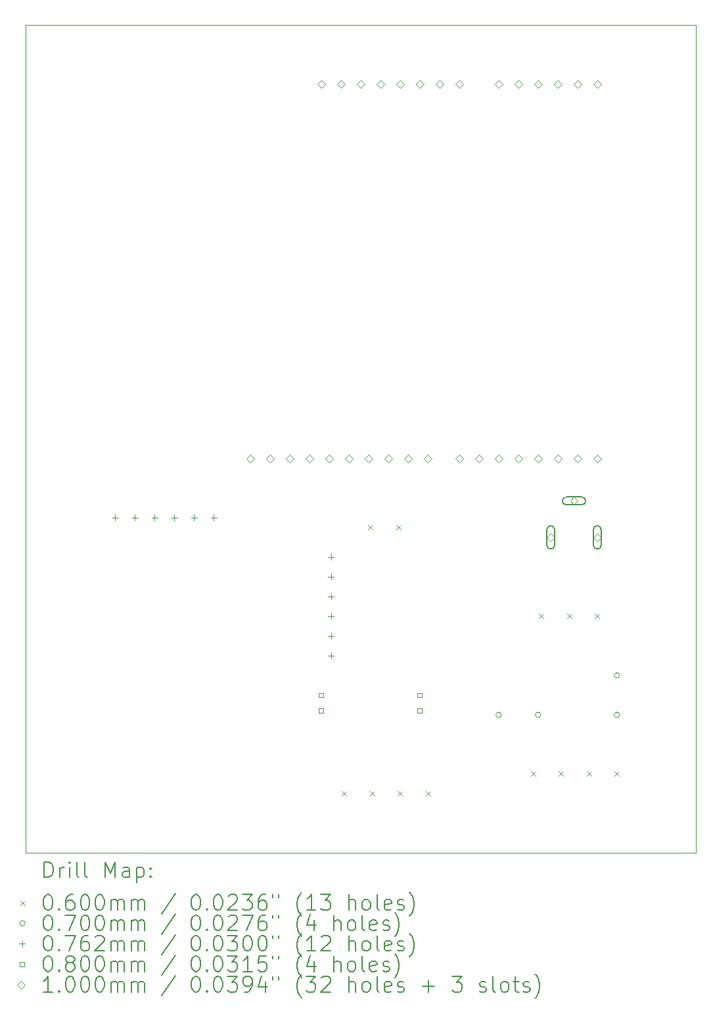
<source format=gbr>
%TF.GenerationSoftware,KiCad,Pcbnew,7.0.2*%
%TF.CreationDate,2023-06-13T20:30:46-05:00*%
%TF.ProjectId,LUCES,4c554345-532e-46b6-9963-61645f706362,rev?*%
%TF.SameCoordinates,Original*%
%TF.FileFunction,Drillmap*%
%TF.FilePolarity,Positive*%
%FSLAX45Y45*%
G04 Gerber Fmt 4.5, Leading zero omitted, Abs format (unit mm)*
G04 Created by KiCad (PCBNEW 7.0.2) date 2023-06-13 20:30:46*
%MOMM*%
%LPD*%
G01*
G04 APERTURE LIST*
%ADD10C,0.100000*%
%ADD11C,0.200000*%
%ADD12C,0.060000*%
%ADD13C,0.070000*%
%ADD14C,0.076200*%
%ADD15C,0.080000*%
G04 APERTURE END LIST*
D10*
X6350000Y-2540000D02*
X14986000Y-2540000D01*
X14986000Y-13208000D01*
X6350000Y-13208000D01*
X6350000Y-2540000D01*
D11*
D12*
X10426000Y-12416000D02*
X10486000Y-12476000D01*
X10486000Y-12416000D02*
X10426000Y-12476000D01*
X10765000Y-8987000D02*
X10825000Y-9047000D01*
X10825000Y-8987000D02*
X10765000Y-9047000D01*
X10786000Y-12416000D02*
X10846000Y-12476000D01*
X10846000Y-12416000D02*
X10786000Y-12476000D01*
X11125000Y-8987000D02*
X11185000Y-9047000D01*
X11185000Y-8987000D02*
X11125000Y-9047000D01*
X11146000Y-12416000D02*
X11206000Y-12476000D01*
X11206000Y-12416000D02*
X11146000Y-12476000D01*
X11506000Y-12416000D02*
X11566000Y-12476000D01*
X11566000Y-12416000D02*
X11506000Y-12476000D01*
X12860000Y-12162000D02*
X12920000Y-12222000D01*
X12920000Y-12162000D02*
X12860000Y-12222000D01*
X12966000Y-10130000D02*
X13026000Y-10190000D01*
X13026000Y-10130000D02*
X12966000Y-10190000D01*
X13220000Y-12162000D02*
X13280000Y-12222000D01*
X13280000Y-12162000D02*
X13220000Y-12222000D01*
X13326000Y-10130000D02*
X13386000Y-10190000D01*
X13386000Y-10130000D02*
X13326000Y-10190000D01*
X13580000Y-12162000D02*
X13640000Y-12222000D01*
X13640000Y-12162000D02*
X13580000Y-12222000D01*
X13686000Y-10130000D02*
X13746000Y-10190000D01*
X13746000Y-10130000D02*
X13686000Y-10190000D01*
X13940000Y-12162000D02*
X14000000Y-12222000D01*
X14000000Y-12162000D02*
X13940000Y-12222000D01*
D13*
X12481000Y-11430000D02*
G75*
G03*
X12481000Y-11430000I-35000J0D01*
G01*
X12989000Y-11430000D02*
G75*
G03*
X12989000Y-11430000I-35000J0D01*
G01*
X14005000Y-10922000D02*
G75*
G03*
X14005000Y-10922000I-35000J0D01*
G01*
X14005000Y-11430000D02*
G75*
G03*
X14005000Y-11430000I-35000J0D01*
G01*
D14*
X7505700Y-8851900D02*
X7505700Y-8928100D01*
X7467600Y-8890000D02*
X7543800Y-8890000D01*
X7759700Y-8851900D02*
X7759700Y-8928100D01*
X7721600Y-8890000D02*
X7797800Y-8890000D01*
X8013700Y-8851900D02*
X8013700Y-8928100D01*
X7975600Y-8890000D02*
X8051800Y-8890000D01*
X8267700Y-8851900D02*
X8267700Y-8928100D01*
X8229600Y-8890000D02*
X8305800Y-8890000D01*
X8521700Y-8851900D02*
X8521700Y-8928100D01*
X8483600Y-8890000D02*
X8559800Y-8890000D01*
X8775700Y-8851900D02*
X8775700Y-8928100D01*
X8737600Y-8890000D02*
X8813800Y-8890000D01*
X10287000Y-9359900D02*
X10287000Y-9436100D01*
X10248900Y-9398000D02*
X10325100Y-9398000D01*
X10287000Y-9613900D02*
X10287000Y-9690100D01*
X10248900Y-9652000D02*
X10325100Y-9652000D01*
X10287000Y-9867900D02*
X10287000Y-9944100D01*
X10248900Y-9906000D02*
X10325100Y-9906000D01*
X10287000Y-10121900D02*
X10287000Y-10198100D01*
X10248900Y-10160000D02*
X10325100Y-10160000D01*
X10287000Y-10375900D02*
X10287000Y-10452100D01*
X10248900Y-10414000D02*
X10325100Y-10414000D01*
X10287000Y-10629900D02*
X10287000Y-10706100D01*
X10248900Y-10668000D02*
X10325100Y-10668000D01*
D15*
X10188285Y-11204284D02*
X10188285Y-11147716D01*
X10131716Y-11147716D01*
X10131716Y-11204284D01*
X10188285Y-11204284D01*
X10188285Y-11404284D02*
X10188285Y-11347715D01*
X10131716Y-11347715D01*
X10131716Y-11404284D01*
X10188285Y-11404284D01*
X11458284Y-11204284D02*
X11458284Y-11147716D01*
X11401715Y-11147716D01*
X11401715Y-11204284D01*
X11458284Y-11204284D01*
X11458284Y-11404284D02*
X11458284Y-11347715D01*
X11401715Y-11347715D01*
X11401715Y-11404284D01*
X11458284Y-11404284D01*
D10*
X9246000Y-8178000D02*
X9296000Y-8128000D01*
X9246000Y-8078000D01*
X9196000Y-8128000D01*
X9246000Y-8178000D01*
X9500000Y-8178000D02*
X9550000Y-8128000D01*
X9500000Y-8078000D01*
X9450000Y-8128000D01*
X9500000Y-8178000D01*
X9754000Y-8178000D02*
X9804000Y-8128000D01*
X9754000Y-8078000D01*
X9704000Y-8128000D01*
X9754000Y-8178000D01*
X10008000Y-8178000D02*
X10058000Y-8128000D01*
X10008000Y-8078000D01*
X9958000Y-8128000D01*
X10008000Y-8178000D01*
X10160000Y-3352000D02*
X10210000Y-3302000D01*
X10160000Y-3252000D01*
X10110000Y-3302000D01*
X10160000Y-3352000D01*
X10262000Y-8178000D02*
X10312000Y-8128000D01*
X10262000Y-8078000D01*
X10212000Y-8128000D01*
X10262000Y-8178000D01*
X10414000Y-3352000D02*
X10464000Y-3302000D01*
X10414000Y-3252000D01*
X10364000Y-3302000D01*
X10414000Y-3352000D01*
X10516000Y-8178000D02*
X10566000Y-8128000D01*
X10516000Y-8078000D01*
X10466000Y-8128000D01*
X10516000Y-8178000D01*
X10668000Y-3352000D02*
X10718000Y-3302000D01*
X10668000Y-3252000D01*
X10618000Y-3302000D01*
X10668000Y-3352000D01*
X10770000Y-8178000D02*
X10820000Y-8128000D01*
X10770000Y-8078000D01*
X10720000Y-8128000D01*
X10770000Y-8178000D01*
X10922000Y-3352000D02*
X10972000Y-3302000D01*
X10922000Y-3252000D01*
X10872000Y-3302000D01*
X10922000Y-3352000D01*
X11024000Y-8178000D02*
X11074000Y-8128000D01*
X11024000Y-8078000D01*
X10974000Y-8128000D01*
X11024000Y-8178000D01*
X11176000Y-3352000D02*
X11226000Y-3302000D01*
X11176000Y-3252000D01*
X11126000Y-3302000D01*
X11176000Y-3352000D01*
X11278000Y-8178000D02*
X11328000Y-8128000D01*
X11278000Y-8078000D01*
X11228000Y-8128000D01*
X11278000Y-8178000D01*
X11430000Y-3352000D02*
X11480000Y-3302000D01*
X11430000Y-3252000D01*
X11380000Y-3302000D01*
X11430000Y-3352000D01*
X11532000Y-8178000D02*
X11582000Y-8128000D01*
X11532000Y-8078000D01*
X11482000Y-8128000D01*
X11532000Y-8178000D01*
X11684000Y-3352000D02*
X11734000Y-3302000D01*
X11684000Y-3252000D01*
X11634000Y-3302000D01*
X11684000Y-3352000D01*
X11938000Y-3352000D02*
X11988000Y-3302000D01*
X11938000Y-3252000D01*
X11888000Y-3302000D01*
X11938000Y-3352000D01*
X11938000Y-8178000D02*
X11988000Y-8128000D01*
X11938000Y-8078000D01*
X11888000Y-8128000D01*
X11938000Y-8178000D01*
X12192000Y-8178000D02*
X12242000Y-8128000D01*
X12192000Y-8078000D01*
X12142000Y-8128000D01*
X12192000Y-8178000D01*
X12446000Y-3352000D02*
X12496000Y-3302000D01*
X12446000Y-3252000D01*
X12396000Y-3302000D01*
X12446000Y-3352000D01*
X12446000Y-8178000D02*
X12496000Y-8128000D01*
X12446000Y-8078000D01*
X12396000Y-8128000D01*
X12446000Y-8178000D01*
X12700000Y-3352000D02*
X12750000Y-3302000D01*
X12700000Y-3252000D01*
X12650000Y-3302000D01*
X12700000Y-3352000D01*
X12700000Y-8178000D02*
X12750000Y-8128000D01*
X12700000Y-8078000D01*
X12650000Y-8128000D01*
X12700000Y-8178000D01*
X12954000Y-3352000D02*
X13004000Y-3302000D01*
X12954000Y-3252000D01*
X12904000Y-3302000D01*
X12954000Y-3352000D01*
X12954000Y-8178000D02*
X13004000Y-8128000D01*
X12954000Y-8078000D01*
X12904000Y-8128000D01*
X12954000Y-8178000D01*
X13116000Y-9194000D02*
X13166000Y-9144000D01*
X13116000Y-9094000D01*
X13066000Y-9144000D01*
X13116000Y-9194000D01*
D11*
X13166000Y-9244000D02*
X13166000Y-9044000D01*
X13166000Y-9044000D02*
G75*
G03*
X13066000Y-9044000I-50000J0D01*
G01*
X13066000Y-9044000D02*
X13066000Y-9244000D01*
X13066000Y-9244000D02*
G75*
G03*
X13166000Y-9244000I50000J0D01*
G01*
D10*
X13208000Y-3352000D02*
X13258000Y-3302000D01*
X13208000Y-3252000D01*
X13158000Y-3302000D01*
X13208000Y-3352000D01*
X13208000Y-8178000D02*
X13258000Y-8128000D01*
X13208000Y-8078000D01*
X13158000Y-8128000D01*
X13208000Y-8178000D01*
X13416000Y-8724000D02*
X13466000Y-8674000D01*
X13416000Y-8624000D01*
X13366000Y-8674000D01*
X13416000Y-8724000D01*
D11*
X13516000Y-8624000D02*
X13316000Y-8624000D01*
X13316000Y-8624000D02*
G75*
G03*
X13316000Y-8724000I0J-50000D01*
G01*
X13316000Y-8724000D02*
X13516000Y-8724000D01*
X13516000Y-8724000D02*
G75*
G03*
X13516000Y-8624000I0J50000D01*
G01*
D10*
X13462000Y-3352000D02*
X13512000Y-3302000D01*
X13462000Y-3252000D01*
X13412000Y-3302000D01*
X13462000Y-3352000D01*
X13462000Y-8178000D02*
X13512000Y-8128000D01*
X13462000Y-8078000D01*
X13412000Y-8128000D01*
X13462000Y-8178000D01*
X13716000Y-3352000D02*
X13766000Y-3302000D01*
X13716000Y-3252000D01*
X13666000Y-3302000D01*
X13716000Y-3352000D01*
X13716000Y-8178000D02*
X13766000Y-8128000D01*
X13716000Y-8078000D01*
X13666000Y-8128000D01*
X13716000Y-8178000D01*
X13716000Y-9194000D02*
X13766000Y-9144000D01*
X13716000Y-9094000D01*
X13666000Y-9144000D01*
X13716000Y-9194000D01*
D11*
X13766000Y-9244000D02*
X13766000Y-9044000D01*
X13766000Y-9044000D02*
G75*
G03*
X13666000Y-9044000I-50000J0D01*
G01*
X13666000Y-9044000D02*
X13666000Y-9244000D01*
X13666000Y-9244000D02*
G75*
G03*
X13766000Y-9244000I50000J0D01*
G01*
X6592619Y-13525524D02*
X6592619Y-13325524D01*
X6592619Y-13325524D02*
X6640238Y-13325524D01*
X6640238Y-13325524D02*
X6668809Y-13335048D01*
X6668809Y-13335048D02*
X6687857Y-13354095D01*
X6687857Y-13354095D02*
X6697381Y-13373143D01*
X6697381Y-13373143D02*
X6706905Y-13411238D01*
X6706905Y-13411238D02*
X6706905Y-13439809D01*
X6706905Y-13439809D02*
X6697381Y-13477905D01*
X6697381Y-13477905D02*
X6687857Y-13496952D01*
X6687857Y-13496952D02*
X6668809Y-13516000D01*
X6668809Y-13516000D02*
X6640238Y-13525524D01*
X6640238Y-13525524D02*
X6592619Y-13525524D01*
X6792619Y-13525524D02*
X6792619Y-13392190D01*
X6792619Y-13430286D02*
X6802143Y-13411238D01*
X6802143Y-13411238D02*
X6811667Y-13401714D01*
X6811667Y-13401714D02*
X6830714Y-13392190D01*
X6830714Y-13392190D02*
X6849762Y-13392190D01*
X6916428Y-13525524D02*
X6916428Y-13392190D01*
X6916428Y-13325524D02*
X6906905Y-13335048D01*
X6906905Y-13335048D02*
X6916428Y-13344571D01*
X6916428Y-13344571D02*
X6925952Y-13335048D01*
X6925952Y-13335048D02*
X6916428Y-13325524D01*
X6916428Y-13325524D02*
X6916428Y-13344571D01*
X7040238Y-13525524D02*
X7021190Y-13516000D01*
X7021190Y-13516000D02*
X7011667Y-13496952D01*
X7011667Y-13496952D02*
X7011667Y-13325524D01*
X7145000Y-13525524D02*
X7125952Y-13516000D01*
X7125952Y-13516000D02*
X7116428Y-13496952D01*
X7116428Y-13496952D02*
X7116428Y-13325524D01*
X7373571Y-13525524D02*
X7373571Y-13325524D01*
X7373571Y-13325524D02*
X7440238Y-13468381D01*
X7440238Y-13468381D02*
X7506905Y-13325524D01*
X7506905Y-13325524D02*
X7506905Y-13525524D01*
X7687857Y-13525524D02*
X7687857Y-13420762D01*
X7687857Y-13420762D02*
X7678333Y-13401714D01*
X7678333Y-13401714D02*
X7659286Y-13392190D01*
X7659286Y-13392190D02*
X7621190Y-13392190D01*
X7621190Y-13392190D02*
X7602143Y-13401714D01*
X7687857Y-13516000D02*
X7668809Y-13525524D01*
X7668809Y-13525524D02*
X7621190Y-13525524D01*
X7621190Y-13525524D02*
X7602143Y-13516000D01*
X7602143Y-13516000D02*
X7592619Y-13496952D01*
X7592619Y-13496952D02*
X7592619Y-13477905D01*
X7592619Y-13477905D02*
X7602143Y-13458857D01*
X7602143Y-13458857D02*
X7621190Y-13449333D01*
X7621190Y-13449333D02*
X7668809Y-13449333D01*
X7668809Y-13449333D02*
X7687857Y-13439809D01*
X7783095Y-13392190D02*
X7783095Y-13592190D01*
X7783095Y-13401714D02*
X7802143Y-13392190D01*
X7802143Y-13392190D02*
X7840238Y-13392190D01*
X7840238Y-13392190D02*
X7859286Y-13401714D01*
X7859286Y-13401714D02*
X7868809Y-13411238D01*
X7868809Y-13411238D02*
X7878333Y-13430286D01*
X7878333Y-13430286D02*
X7878333Y-13487428D01*
X7878333Y-13487428D02*
X7868809Y-13506476D01*
X7868809Y-13506476D02*
X7859286Y-13516000D01*
X7859286Y-13516000D02*
X7840238Y-13525524D01*
X7840238Y-13525524D02*
X7802143Y-13525524D01*
X7802143Y-13525524D02*
X7783095Y-13516000D01*
X7964048Y-13506476D02*
X7973571Y-13516000D01*
X7973571Y-13516000D02*
X7964048Y-13525524D01*
X7964048Y-13525524D02*
X7954524Y-13516000D01*
X7954524Y-13516000D02*
X7964048Y-13506476D01*
X7964048Y-13506476D02*
X7964048Y-13525524D01*
X7964048Y-13401714D02*
X7973571Y-13411238D01*
X7973571Y-13411238D02*
X7964048Y-13420762D01*
X7964048Y-13420762D02*
X7954524Y-13411238D01*
X7954524Y-13411238D02*
X7964048Y-13401714D01*
X7964048Y-13401714D02*
X7964048Y-13420762D01*
D12*
X6285000Y-13823000D02*
X6345000Y-13883000D01*
X6345000Y-13823000D02*
X6285000Y-13883000D01*
D11*
X6630714Y-13745524D02*
X6649762Y-13745524D01*
X6649762Y-13745524D02*
X6668809Y-13755048D01*
X6668809Y-13755048D02*
X6678333Y-13764571D01*
X6678333Y-13764571D02*
X6687857Y-13783619D01*
X6687857Y-13783619D02*
X6697381Y-13821714D01*
X6697381Y-13821714D02*
X6697381Y-13869333D01*
X6697381Y-13869333D02*
X6687857Y-13907428D01*
X6687857Y-13907428D02*
X6678333Y-13926476D01*
X6678333Y-13926476D02*
X6668809Y-13936000D01*
X6668809Y-13936000D02*
X6649762Y-13945524D01*
X6649762Y-13945524D02*
X6630714Y-13945524D01*
X6630714Y-13945524D02*
X6611667Y-13936000D01*
X6611667Y-13936000D02*
X6602143Y-13926476D01*
X6602143Y-13926476D02*
X6592619Y-13907428D01*
X6592619Y-13907428D02*
X6583095Y-13869333D01*
X6583095Y-13869333D02*
X6583095Y-13821714D01*
X6583095Y-13821714D02*
X6592619Y-13783619D01*
X6592619Y-13783619D02*
X6602143Y-13764571D01*
X6602143Y-13764571D02*
X6611667Y-13755048D01*
X6611667Y-13755048D02*
X6630714Y-13745524D01*
X6783095Y-13926476D02*
X6792619Y-13936000D01*
X6792619Y-13936000D02*
X6783095Y-13945524D01*
X6783095Y-13945524D02*
X6773571Y-13936000D01*
X6773571Y-13936000D02*
X6783095Y-13926476D01*
X6783095Y-13926476D02*
X6783095Y-13945524D01*
X6964048Y-13745524D02*
X6925952Y-13745524D01*
X6925952Y-13745524D02*
X6906905Y-13755048D01*
X6906905Y-13755048D02*
X6897381Y-13764571D01*
X6897381Y-13764571D02*
X6878333Y-13793143D01*
X6878333Y-13793143D02*
X6868809Y-13831238D01*
X6868809Y-13831238D02*
X6868809Y-13907428D01*
X6868809Y-13907428D02*
X6878333Y-13926476D01*
X6878333Y-13926476D02*
X6887857Y-13936000D01*
X6887857Y-13936000D02*
X6906905Y-13945524D01*
X6906905Y-13945524D02*
X6945000Y-13945524D01*
X6945000Y-13945524D02*
X6964048Y-13936000D01*
X6964048Y-13936000D02*
X6973571Y-13926476D01*
X6973571Y-13926476D02*
X6983095Y-13907428D01*
X6983095Y-13907428D02*
X6983095Y-13859809D01*
X6983095Y-13859809D02*
X6973571Y-13840762D01*
X6973571Y-13840762D02*
X6964048Y-13831238D01*
X6964048Y-13831238D02*
X6945000Y-13821714D01*
X6945000Y-13821714D02*
X6906905Y-13821714D01*
X6906905Y-13821714D02*
X6887857Y-13831238D01*
X6887857Y-13831238D02*
X6878333Y-13840762D01*
X6878333Y-13840762D02*
X6868809Y-13859809D01*
X7106905Y-13745524D02*
X7125952Y-13745524D01*
X7125952Y-13745524D02*
X7145000Y-13755048D01*
X7145000Y-13755048D02*
X7154524Y-13764571D01*
X7154524Y-13764571D02*
X7164048Y-13783619D01*
X7164048Y-13783619D02*
X7173571Y-13821714D01*
X7173571Y-13821714D02*
X7173571Y-13869333D01*
X7173571Y-13869333D02*
X7164048Y-13907428D01*
X7164048Y-13907428D02*
X7154524Y-13926476D01*
X7154524Y-13926476D02*
X7145000Y-13936000D01*
X7145000Y-13936000D02*
X7125952Y-13945524D01*
X7125952Y-13945524D02*
X7106905Y-13945524D01*
X7106905Y-13945524D02*
X7087857Y-13936000D01*
X7087857Y-13936000D02*
X7078333Y-13926476D01*
X7078333Y-13926476D02*
X7068809Y-13907428D01*
X7068809Y-13907428D02*
X7059286Y-13869333D01*
X7059286Y-13869333D02*
X7059286Y-13821714D01*
X7059286Y-13821714D02*
X7068809Y-13783619D01*
X7068809Y-13783619D02*
X7078333Y-13764571D01*
X7078333Y-13764571D02*
X7087857Y-13755048D01*
X7087857Y-13755048D02*
X7106905Y-13745524D01*
X7297381Y-13745524D02*
X7316429Y-13745524D01*
X7316429Y-13745524D02*
X7335476Y-13755048D01*
X7335476Y-13755048D02*
X7345000Y-13764571D01*
X7345000Y-13764571D02*
X7354524Y-13783619D01*
X7354524Y-13783619D02*
X7364048Y-13821714D01*
X7364048Y-13821714D02*
X7364048Y-13869333D01*
X7364048Y-13869333D02*
X7354524Y-13907428D01*
X7354524Y-13907428D02*
X7345000Y-13926476D01*
X7345000Y-13926476D02*
X7335476Y-13936000D01*
X7335476Y-13936000D02*
X7316429Y-13945524D01*
X7316429Y-13945524D02*
X7297381Y-13945524D01*
X7297381Y-13945524D02*
X7278333Y-13936000D01*
X7278333Y-13936000D02*
X7268809Y-13926476D01*
X7268809Y-13926476D02*
X7259286Y-13907428D01*
X7259286Y-13907428D02*
X7249762Y-13869333D01*
X7249762Y-13869333D02*
X7249762Y-13821714D01*
X7249762Y-13821714D02*
X7259286Y-13783619D01*
X7259286Y-13783619D02*
X7268809Y-13764571D01*
X7268809Y-13764571D02*
X7278333Y-13755048D01*
X7278333Y-13755048D02*
X7297381Y-13745524D01*
X7449762Y-13945524D02*
X7449762Y-13812190D01*
X7449762Y-13831238D02*
X7459286Y-13821714D01*
X7459286Y-13821714D02*
X7478333Y-13812190D01*
X7478333Y-13812190D02*
X7506905Y-13812190D01*
X7506905Y-13812190D02*
X7525952Y-13821714D01*
X7525952Y-13821714D02*
X7535476Y-13840762D01*
X7535476Y-13840762D02*
X7535476Y-13945524D01*
X7535476Y-13840762D02*
X7545000Y-13821714D01*
X7545000Y-13821714D02*
X7564048Y-13812190D01*
X7564048Y-13812190D02*
X7592619Y-13812190D01*
X7592619Y-13812190D02*
X7611667Y-13821714D01*
X7611667Y-13821714D02*
X7621190Y-13840762D01*
X7621190Y-13840762D02*
X7621190Y-13945524D01*
X7716429Y-13945524D02*
X7716429Y-13812190D01*
X7716429Y-13831238D02*
X7725952Y-13821714D01*
X7725952Y-13821714D02*
X7745000Y-13812190D01*
X7745000Y-13812190D02*
X7773571Y-13812190D01*
X7773571Y-13812190D02*
X7792619Y-13821714D01*
X7792619Y-13821714D02*
X7802143Y-13840762D01*
X7802143Y-13840762D02*
X7802143Y-13945524D01*
X7802143Y-13840762D02*
X7811667Y-13821714D01*
X7811667Y-13821714D02*
X7830714Y-13812190D01*
X7830714Y-13812190D02*
X7859286Y-13812190D01*
X7859286Y-13812190D02*
X7878333Y-13821714D01*
X7878333Y-13821714D02*
X7887857Y-13840762D01*
X7887857Y-13840762D02*
X7887857Y-13945524D01*
X8278333Y-13736000D02*
X8106905Y-13993143D01*
X8535476Y-13745524D02*
X8554524Y-13745524D01*
X8554524Y-13745524D02*
X8573572Y-13755048D01*
X8573572Y-13755048D02*
X8583095Y-13764571D01*
X8583095Y-13764571D02*
X8592619Y-13783619D01*
X8592619Y-13783619D02*
X8602143Y-13821714D01*
X8602143Y-13821714D02*
X8602143Y-13869333D01*
X8602143Y-13869333D02*
X8592619Y-13907428D01*
X8592619Y-13907428D02*
X8583095Y-13926476D01*
X8583095Y-13926476D02*
X8573572Y-13936000D01*
X8573572Y-13936000D02*
X8554524Y-13945524D01*
X8554524Y-13945524D02*
X8535476Y-13945524D01*
X8535476Y-13945524D02*
X8516429Y-13936000D01*
X8516429Y-13936000D02*
X8506905Y-13926476D01*
X8506905Y-13926476D02*
X8497381Y-13907428D01*
X8497381Y-13907428D02*
X8487857Y-13869333D01*
X8487857Y-13869333D02*
X8487857Y-13821714D01*
X8487857Y-13821714D02*
X8497381Y-13783619D01*
X8497381Y-13783619D02*
X8506905Y-13764571D01*
X8506905Y-13764571D02*
X8516429Y-13755048D01*
X8516429Y-13755048D02*
X8535476Y-13745524D01*
X8687857Y-13926476D02*
X8697381Y-13936000D01*
X8697381Y-13936000D02*
X8687857Y-13945524D01*
X8687857Y-13945524D02*
X8678334Y-13936000D01*
X8678334Y-13936000D02*
X8687857Y-13926476D01*
X8687857Y-13926476D02*
X8687857Y-13945524D01*
X8821191Y-13745524D02*
X8840238Y-13745524D01*
X8840238Y-13745524D02*
X8859286Y-13755048D01*
X8859286Y-13755048D02*
X8868810Y-13764571D01*
X8868810Y-13764571D02*
X8878334Y-13783619D01*
X8878334Y-13783619D02*
X8887857Y-13821714D01*
X8887857Y-13821714D02*
X8887857Y-13869333D01*
X8887857Y-13869333D02*
X8878334Y-13907428D01*
X8878334Y-13907428D02*
X8868810Y-13926476D01*
X8868810Y-13926476D02*
X8859286Y-13936000D01*
X8859286Y-13936000D02*
X8840238Y-13945524D01*
X8840238Y-13945524D02*
X8821191Y-13945524D01*
X8821191Y-13945524D02*
X8802143Y-13936000D01*
X8802143Y-13936000D02*
X8792619Y-13926476D01*
X8792619Y-13926476D02*
X8783095Y-13907428D01*
X8783095Y-13907428D02*
X8773572Y-13869333D01*
X8773572Y-13869333D02*
X8773572Y-13821714D01*
X8773572Y-13821714D02*
X8783095Y-13783619D01*
X8783095Y-13783619D02*
X8792619Y-13764571D01*
X8792619Y-13764571D02*
X8802143Y-13755048D01*
X8802143Y-13755048D02*
X8821191Y-13745524D01*
X8964048Y-13764571D02*
X8973572Y-13755048D01*
X8973572Y-13755048D02*
X8992619Y-13745524D01*
X8992619Y-13745524D02*
X9040238Y-13745524D01*
X9040238Y-13745524D02*
X9059286Y-13755048D01*
X9059286Y-13755048D02*
X9068810Y-13764571D01*
X9068810Y-13764571D02*
X9078334Y-13783619D01*
X9078334Y-13783619D02*
X9078334Y-13802667D01*
X9078334Y-13802667D02*
X9068810Y-13831238D01*
X9068810Y-13831238D02*
X8954524Y-13945524D01*
X8954524Y-13945524D02*
X9078334Y-13945524D01*
X9145000Y-13745524D02*
X9268810Y-13745524D01*
X9268810Y-13745524D02*
X9202143Y-13821714D01*
X9202143Y-13821714D02*
X9230715Y-13821714D01*
X9230715Y-13821714D02*
X9249762Y-13831238D01*
X9249762Y-13831238D02*
X9259286Y-13840762D01*
X9259286Y-13840762D02*
X9268810Y-13859809D01*
X9268810Y-13859809D02*
X9268810Y-13907428D01*
X9268810Y-13907428D02*
X9259286Y-13926476D01*
X9259286Y-13926476D02*
X9249762Y-13936000D01*
X9249762Y-13936000D02*
X9230715Y-13945524D01*
X9230715Y-13945524D02*
X9173572Y-13945524D01*
X9173572Y-13945524D02*
X9154524Y-13936000D01*
X9154524Y-13936000D02*
X9145000Y-13926476D01*
X9440238Y-13745524D02*
X9402143Y-13745524D01*
X9402143Y-13745524D02*
X9383095Y-13755048D01*
X9383095Y-13755048D02*
X9373572Y-13764571D01*
X9373572Y-13764571D02*
X9354524Y-13793143D01*
X9354524Y-13793143D02*
X9345000Y-13831238D01*
X9345000Y-13831238D02*
X9345000Y-13907428D01*
X9345000Y-13907428D02*
X9354524Y-13926476D01*
X9354524Y-13926476D02*
X9364048Y-13936000D01*
X9364048Y-13936000D02*
X9383095Y-13945524D01*
X9383095Y-13945524D02*
X9421191Y-13945524D01*
X9421191Y-13945524D02*
X9440238Y-13936000D01*
X9440238Y-13936000D02*
X9449762Y-13926476D01*
X9449762Y-13926476D02*
X9459286Y-13907428D01*
X9459286Y-13907428D02*
X9459286Y-13859809D01*
X9459286Y-13859809D02*
X9449762Y-13840762D01*
X9449762Y-13840762D02*
X9440238Y-13831238D01*
X9440238Y-13831238D02*
X9421191Y-13821714D01*
X9421191Y-13821714D02*
X9383095Y-13821714D01*
X9383095Y-13821714D02*
X9364048Y-13831238D01*
X9364048Y-13831238D02*
X9354524Y-13840762D01*
X9354524Y-13840762D02*
X9345000Y-13859809D01*
X9535476Y-13745524D02*
X9535476Y-13783619D01*
X9611667Y-13745524D02*
X9611667Y-13783619D01*
X9906905Y-14021714D02*
X9897381Y-14012190D01*
X9897381Y-14012190D02*
X9878334Y-13983619D01*
X9878334Y-13983619D02*
X9868810Y-13964571D01*
X9868810Y-13964571D02*
X9859286Y-13936000D01*
X9859286Y-13936000D02*
X9849762Y-13888381D01*
X9849762Y-13888381D02*
X9849762Y-13850286D01*
X9849762Y-13850286D02*
X9859286Y-13802667D01*
X9859286Y-13802667D02*
X9868810Y-13774095D01*
X9868810Y-13774095D02*
X9878334Y-13755048D01*
X9878334Y-13755048D02*
X9897381Y-13726476D01*
X9897381Y-13726476D02*
X9906905Y-13716952D01*
X10087857Y-13945524D02*
X9973572Y-13945524D01*
X10030715Y-13945524D02*
X10030715Y-13745524D01*
X10030715Y-13745524D02*
X10011667Y-13774095D01*
X10011667Y-13774095D02*
X9992619Y-13793143D01*
X9992619Y-13793143D02*
X9973572Y-13802667D01*
X10154524Y-13745524D02*
X10278334Y-13745524D01*
X10278334Y-13745524D02*
X10211667Y-13821714D01*
X10211667Y-13821714D02*
X10240238Y-13821714D01*
X10240238Y-13821714D02*
X10259286Y-13831238D01*
X10259286Y-13831238D02*
X10268810Y-13840762D01*
X10268810Y-13840762D02*
X10278334Y-13859809D01*
X10278334Y-13859809D02*
X10278334Y-13907428D01*
X10278334Y-13907428D02*
X10268810Y-13926476D01*
X10268810Y-13926476D02*
X10259286Y-13936000D01*
X10259286Y-13936000D02*
X10240238Y-13945524D01*
X10240238Y-13945524D02*
X10183096Y-13945524D01*
X10183096Y-13945524D02*
X10164048Y-13936000D01*
X10164048Y-13936000D02*
X10154524Y-13926476D01*
X10516429Y-13945524D02*
X10516429Y-13745524D01*
X10602143Y-13945524D02*
X10602143Y-13840762D01*
X10602143Y-13840762D02*
X10592619Y-13821714D01*
X10592619Y-13821714D02*
X10573572Y-13812190D01*
X10573572Y-13812190D02*
X10545000Y-13812190D01*
X10545000Y-13812190D02*
X10525953Y-13821714D01*
X10525953Y-13821714D02*
X10516429Y-13831238D01*
X10725953Y-13945524D02*
X10706905Y-13936000D01*
X10706905Y-13936000D02*
X10697381Y-13926476D01*
X10697381Y-13926476D02*
X10687858Y-13907428D01*
X10687858Y-13907428D02*
X10687858Y-13850286D01*
X10687858Y-13850286D02*
X10697381Y-13831238D01*
X10697381Y-13831238D02*
X10706905Y-13821714D01*
X10706905Y-13821714D02*
X10725953Y-13812190D01*
X10725953Y-13812190D02*
X10754524Y-13812190D01*
X10754524Y-13812190D02*
X10773572Y-13821714D01*
X10773572Y-13821714D02*
X10783096Y-13831238D01*
X10783096Y-13831238D02*
X10792619Y-13850286D01*
X10792619Y-13850286D02*
X10792619Y-13907428D01*
X10792619Y-13907428D02*
X10783096Y-13926476D01*
X10783096Y-13926476D02*
X10773572Y-13936000D01*
X10773572Y-13936000D02*
X10754524Y-13945524D01*
X10754524Y-13945524D02*
X10725953Y-13945524D01*
X10906905Y-13945524D02*
X10887858Y-13936000D01*
X10887858Y-13936000D02*
X10878334Y-13916952D01*
X10878334Y-13916952D02*
X10878334Y-13745524D01*
X11059286Y-13936000D02*
X11040239Y-13945524D01*
X11040239Y-13945524D02*
X11002143Y-13945524D01*
X11002143Y-13945524D02*
X10983096Y-13936000D01*
X10983096Y-13936000D02*
X10973572Y-13916952D01*
X10973572Y-13916952D02*
X10973572Y-13840762D01*
X10973572Y-13840762D02*
X10983096Y-13821714D01*
X10983096Y-13821714D02*
X11002143Y-13812190D01*
X11002143Y-13812190D02*
X11040239Y-13812190D01*
X11040239Y-13812190D02*
X11059286Y-13821714D01*
X11059286Y-13821714D02*
X11068810Y-13840762D01*
X11068810Y-13840762D02*
X11068810Y-13859809D01*
X11068810Y-13859809D02*
X10973572Y-13878857D01*
X11145000Y-13936000D02*
X11164048Y-13945524D01*
X11164048Y-13945524D02*
X11202143Y-13945524D01*
X11202143Y-13945524D02*
X11221191Y-13936000D01*
X11221191Y-13936000D02*
X11230715Y-13916952D01*
X11230715Y-13916952D02*
X11230715Y-13907428D01*
X11230715Y-13907428D02*
X11221191Y-13888381D01*
X11221191Y-13888381D02*
X11202143Y-13878857D01*
X11202143Y-13878857D02*
X11173572Y-13878857D01*
X11173572Y-13878857D02*
X11154524Y-13869333D01*
X11154524Y-13869333D02*
X11145000Y-13850286D01*
X11145000Y-13850286D02*
X11145000Y-13840762D01*
X11145000Y-13840762D02*
X11154524Y-13821714D01*
X11154524Y-13821714D02*
X11173572Y-13812190D01*
X11173572Y-13812190D02*
X11202143Y-13812190D01*
X11202143Y-13812190D02*
X11221191Y-13821714D01*
X11297381Y-14021714D02*
X11306905Y-14012190D01*
X11306905Y-14012190D02*
X11325953Y-13983619D01*
X11325953Y-13983619D02*
X11335477Y-13964571D01*
X11335477Y-13964571D02*
X11345000Y-13936000D01*
X11345000Y-13936000D02*
X11354524Y-13888381D01*
X11354524Y-13888381D02*
X11354524Y-13850286D01*
X11354524Y-13850286D02*
X11345000Y-13802667D01*
X11345000Y-13802667D02*
X11335477Y-13774095D01*
X11335477Y-13774095D02*
X11325953Y-13755048D01*
X11325953Y-13755048D02*
X11306905Y-13726476D01*
X11306905Y-13726476D02*
X11297381Y-13716952D01*
D13*
X6345000Y-14117000D02*
G75*
G03*
X6345000Y-14117000I-35000J0D01*
G01*
D11*
X6630714Y-14009524D02*
X6649762Y-14009524D01*
X6649762Y-14009524D02*
X6668809Y-14019048D01*
X6668809Y-14019048D02*
X6678333Y-14028571D01*
X6678333Y-14028571D02*
X6687857Y-14047619D01*
X6687857Y-14047619D02*
X6697381Y-14085714D01*
X6697381Y-14085714D02*
X6697381Y-14133333D01*
X6697381Y-14133333D02*
X6687857Y-14171428D01*
X6687857Y-14171428D02*
X6678333Y-14190476D01*
X6678333Y-14190476D02*
X6668809Y-14200000D01*
X6668809Y-14200000D02*
X6649762Y-14209524D01*
X6649762Y-14209524D02*
X6630714Y-14209524D01*
X6630714Y-14209524D02*
X6611667Y-14200000D01*
X6611667Y-14200000D02*
X6602143Y-14190476D01*
X6602143Y-14190476D02*
X6592619Y-14171428D01*
X6592619Y-14171428D02*
X6583095Y-14133333D01*
X6583095Y-14133333D02*
X6583095Y-14085714D01*
X6583095Y-14085714D02*
X6592619Y-14047619D01*
X6592619Y-14047619D02*
X6602143Y-14028571D01*
X6602143Y-14028571D02*
X6611667Y-14019048D01*
X6611667Y-14019048D02*
X6630714Y-14009524D01*
X6783095Y-14190476D02*
X6792619Y-14200000D01*
X6792619Y-14200000D02*
X6783095Y-14209524D01*
X6783095Y-14209524D02*
X6773571Y-14200000D01*
X6773571Y-14200000D02*
X6783095Y-14190476D01*
X6783095Y-14190476D02*
X6783095Y-14209524D01*
X6859286Y-14009524D02*
X6992619Y-14009524D01*
X6992619Y-14009524D02*
X6906905Y-14209524D01*
X7106905Y-14009524D02*
X7125952Y-14009524D01*
X7125952Y-14009524D02*
X7145000Y-14019048D01*
X7145000Y-14019048D02*
X7154524Y-14028571D01*
X7154524Y-14028571D02*
X7164048Y-14047619D01*
X7164048Y-14047619D02*
X7173571Y-14085714D01*
X7173571Y-14085714D02*
X7173571Y-14133333D01*
X7173571Y-14133333D02*
X7164048Y-14171428D01*
X7164048Y-14171428D02*
X7154524Y-14190476D01*
X7154524Y-14190476D02*
X7145000Y-14200000D01*
X7145000Y-14200000D02*
X7125952Y-14209524D01*
X7125952Y-14209524D02*
X7106905Y-14209524D01*
X7106905Y-14209524D02*
X7087857Y-14200000D01*
X7087857Y-14200000D02*
X7078333Y-14190476D01*
X7078333Y-14190476D02*
X7068809Y-14171428D01*
X7068809Y-14171428D02*
X7059286Y-14133333D01*
X7059286Y-14133333D02*
X7059286Y-14085714D01*
X7059286Y-14085714D02*
X7068809Y-14047619D01*
X7068809Y-14047619D02*
X7078333Y-14028571D01*
X7078333Y-14028571D02*
X7087857Y-14019048D01*
X7087857Y-14019048D02*
X7106905Y-14009524D01*
X7297381Y-14009524D02*
X7316429Y-14009524D01*
X7316429Y-14009524D02*
X7335476Y-14019048D01*
X7335476Y-14019048D02*
X7345000Y-14028571D01*
X7345000Y-14028571D02*
X7354524Y-14047619D01*
X7354524Y-14047619D02*
X7364048Y-14085714D01*
X7364048Y-14085714D02*
X7364048Y-14133333D01*
X7364048Y-14133333D02*
X7354524Y-14171428D01*
X7354524Y-14171428D02*
X7345000Y-14190476D01*
X7345000Y-14190476D02*
X7335476Y-14200000D01*
X7335476Y-14200000D02*
X7316429Y-14209524D01*
X7316429Y-14209524D02*
X7297381Y-14209524D01*
X7297381Y-14209524D02*
X7278333Y-14200000D01*
X7278333Y-14200000D02*
X7268809Y-14190476D01*
X7268809Y-14190476D02*
X7259286Y-14171428D01*
X7259286Y-14171428D02*
X7249762Y-14133333D01*
X7249762Y-14133333D02*
X7249762Y-14085714D01*
X7249762Y-14085714D02*
X7259286Y-14047619D01*
X7259286Y-14047619D02*
X7268809Y-14028571D01*
X7268809Y-14028571D02*
X7278333Y-14019048D01*
X7278333Y-14019048D02*
X7297381Y-14009524D01*
X7449762Y-14209524D02*
X7449762Y-14076190D01*
X7449762Y-14095238D02*
X7459286Y-14085714D01*
X7459286Y-14085714D02*
X7478333Y-14076190D01*
X7478333Y-14076190D02*
X7506905Y-14076190D01*
X7506905Y-14076190D02*
X7525952Y-14085714D01*
X7525952Y-14085714D02*
X7535476Y-14104762D01*
X7535476Y-14104762D02*
X7535476Y-14209524D01*
X7535476Y-14104762D02*
X7545000Y-14085714D01*
X7545000Y-14085714D02*
X7564048Y-14076190D01*
X7564048Y-14076190D02*
X7592619Y-14076190D01*
X7592619Y-14076190D02*
X7611667Y-14085714D01*
X7611667Y-14085714D02*
X7621190Y-14104762D01*
X7621190Y-14104762D02*
X7621190Y-14209524D01*
X7716429Y-14209524D02*
X7716429Y-14076190D01*
X7716429Y-14095238D02*
X7725952Y-14085714D01*
X7725952Y-14085714D02*
X7745000Y-14076190D01*
X7745000Y-14076190D02*
X7773571Y-14076190D01*
X7773571Y-14076190D02*
X7792619Y-14085714D01*
X7792619Y-14085714D02*
X7802143Y-14104762D01*
X7802143Y-14104762D02*
X7802143Y-14209524D01*
X7802143Y-14104762D02*
X7811667Y-14085714D01*
X7811667Y-14085714D02*
X7830714Y-14076190D01*
X7830714Y-14076190D02*
X7859286Y-14076190D01*
X7859286Y-14076190D02*
X7878333Y-14085714D01*
X7878333Y-14085714D02*
X7887857Y-14104762D01*
X7887857Y-14104762D02*
X7887857Y-14209524D01*
X8278333Y-14000000D02*
X8106905Y-14257143D01*
X8535476Y-14009524D02*
X8554524Y-14009524D01*
X8554524Y-14009524D02*
X8573572Y-14019048D01*
X8573572Y-14019048D02*
X8583095Y-14028571D01*
X8583095Y-14028571D02*
X8592619Y-14047619D01*
X8592619Y-14047619D02*
X8602143Y-14085714D01*
X8602143Y-14085714D02*
X8602143Y-14133333D01*
X8602143Y-14133333D02*
X8592619Y-14171428D01*
X8592619Y-14171428D02*
X8583095Y-14190476D01*
X8583095Y-14190476D02*
X8573572Y-14200000D01*
X8573572Y-14200000D02*
X8554524Y-14209524D01*
X8554524Y-14209524D02*
X8535476Y-14209524D01*
X8535476Y-14209524D02*
X8516429Y-14200000D01*
X8516429Y-14200000D02*
X8506905Y-14190476D01*
X8506905Y-14190476D02*
X8497381Y-14171428D01*
X8497381Y-14171428D02*
X8487857Y-14133333D01*
X8487857Y-14133333D02*
X8487857Y-14085714D01*
X8487857Y-14085714D02*
X8497381Y-14047619D01*
X8497381Y-14047619D02*
X8506905Y-14028571D01*
X8506905Y-14028571D02*
X8516429Y-14019048D01*
X8516429Y-14019048D02*
X8535476Y-14009524D01*
X8687857Y-14190476D02*
X8697381Y-14200000D01*
X8697381Y-14200000D02*
X8687857Y-14209524D01*
X8687857Y-14209524D02*
X8678334Y-14200000D01*
X8678334Y-14200000D02*
X8687857Y-14190476D01*
X8687857Y-14190476D02*
X8687857Y-14209524D01*
X8821191Y-14009524D02*
X8840238Y-14009524D01*
X8840238Y-14009524D02*
X8859286Y-14019048D01*
X8859286Y-14019048D02*
X8868810Y-14028571D01*
X8868810Y-14028571D02*
X8878334Y-14047619D01*
X8878334Y-14047619D02*
X8887857Y-14085714D01*
X8887857Y-14085714D02*
X8887857Y-14133333D01*
X8887857Y-14133333D02*
X8878334Y-14171428D01*
X8878334Y-14171428D02*
X8868810Y-14190476D01*
X8868810Y-14190476D02*
X8859286Y-14200000D01*
X8859286Y-14200000D02*
X8840238Y-14209524D01*
X8840238Y-14209524D02*
X8821191Y-14209524D01*
X8821191Y-14209524D02*
X8802143Y-14200000D01*
X8802143Y-14200000D02*
X8792619Y-14190476D01*
X8792619Y-14190476D02*
X8783095Y-14171428D01*
X8783095Y-14171428D02*
X8773572Y-14133333D01*
X8773572Y-14133333D02*
X8773572Y-14085714D01*
X8773572Y-14085714D02*
X8783095Y-14047619D01*
X8783095Y-14047619D02*
X8792619Y-14028571D01*
X8792619Y-14028571D02*
X8802143Y-14019048D01*
X8802143Y-14019048D02*
X8821191Y-14009524D01*
X8964048Y-14028571D02*
X8973572Y-14019048D01*
X8973572Y-14019048D02*
X8992619Y-14009524D01*
X8992619Y-14009524D02*
X9040238Y-14009524D01*
X9040238Y-14009524D02*
X9059286Y-14019048D01*
X9059286Y-14019048D02*
X9068810Y-14028571D01*
X9068810Y-14028571D02*
X9078334Y-14047619D01*
X9078334Y-14047619D02*
X9078334Y-14066667D01*
X9078334Y-14066667D02*
X9068810Y-14095238D01*
X9068810Y-14095238D02*
X8954524Y-14209524D01*
X8954524Y-14209524D02*
X9078334Y-14209524D01*
X9145000Y-14009524D02*
X9278334Y-14009524D01*
X9278334Y-14009524D02*
X9192619Y-14209524D01*
X9440238Y-14009524D02*
X9402143Y-14009524D01*
X9402143Y-14009524D02*
X9383095Y-14019048D01*
X9383095Y-14019048D02*
X9373572Y-14028571D01*
X9373572Y-14028571D02*
X9354524Y-14057143D01*
X9354524Y-14057143D02*
X9345000Y-14095238D01*
X9345000Y-14095238D02*
X9345000Y-14171428D01*
X9345000Y-14171428D02*
X9354524Y-14190476D01*
X9354524Y-14190476D02*
X9364048Y-14200000D01*
X9364048Y-14200000D02*
X9383095Y-14209524D01*
X9383095Y-14209524D02*
X9421191Y-14209524D01*
X9421191Y-14209524D02*
X9440238Y-14200000D01*
X9440238Y-14200000D02*
X9449762Y-14190476D01*
X9449762Y-14190476D02*
X9459286Y-14171428D01*
X9459286Y-14171428D02*
X9459286Y-14123809D01*
X9459286Y-14123809D02*
X9449762Y-14104762D01*
X9449762Y-14104762D02*
X9440238Y-14095238D01*
X9440238Y-14095238D02*
X9421191Y-14085714D01*
X9421191Y-14085714D02*
X9383095Y-14085714D01*
X9383095Y-14085714D02*
X9364048Y-14095238D01*
X9364048Y-14095238D02*
X9354524Y-14104762D01*
X9354524Y-14104762D02*
X9345000Y-14123809D01*
X9535476Y-14009524D02*
X9535476Y-14047619D01*
X9611667Y-14009524D02*
X9611667Y-14047619D01*
X9906905Y-14285714D02*
X9897381Y-14276190D01*
X9897381Y-14276190D02*
X9878334Y-14247619D01*
X9878334Y-14247619D02*
X9868810Y-14228571D01*
X9868810Y-14228571D02*
X9859286Y-14200000D01*
X9859286Y-14200000D02*
X9849762Y-14152381D01*
X9849762Y-14152381D02*
X9849762Y-14114286D01*
X9849762Y-14114286D02*
X9859286Y-14066667D01*
X9859286Y-14066667D02*
X9868810Y-14038095D01*
X9868810Y-14038095D02*
X9878334Y-14019048D01*
X9878334Y-14019048D02*
X9897381Y-13990476D01*
X9897381Y-13990476D02*
X9906905Y-13980952D01*
X10068810Y-14076190D02*
X10068810Y-14209524D01*
X10021191Y-14000000D02*
X9973572Y-14142857D01*
X9973572Y-14142857D02*
X10097381Y-14142857D01*
X10325953Y-14209524D02*
X10325953Y-14009524D01*
X10411667Y-14209524D02*
X10411667Y-14104762D01*
X10411667Y-14104762D02*
X10402143Y-14085714D01*
X10402143Y-14085714D02*
X10383096Y-14076190D01*
X10383096Y-14076190D02*
X10354524Y-14076190D01*
X10354524Y-14076190D02*
X10335477Y-14085714D01*
X10335477Y-14085714D02*
X10325953Y-14095238D01*
X10535477Y-14209524D02*
X10516429Y-14200000D01*
X10516429Y-14200000D02*
X10506905Y-14190476D01*
X10506905Y-14190476D02*
X10497381Y-14171428D01*
X10497381Y-14171428D02*
X10497381Y-14114286D01*
X10497381Y-14114286D02*
X10506905Y-14095238D01*
X10506905Y-14095238D02*
X10516429Y-14085714D01*
X10516429Y-14085714D02*
X10535477Y-14076190D01*
X10535477Y-14076190D02*
X10564048Y-14076190D01*
X10564048Y-14076190D02*
X10583096Y-14085714D01*
X10583096Y-14085714D02*
X10592619Y-14095238D01*
X10592619Y-14095238D02*
X10602143Y-14114286D01*
X10602143Y-14114286D02*
X10602143Y-14171428D01*
X10602143Y-14171428D02*
X10592619Y-14190476D01*
X10592619Y-14190476D02*
X10583096Y-14200000D01*
X10583096Y-14200000D02*
X10564048Y-14209524D01*
X10564048Y-14209524D02*
X10535477Y-14209524D01*
X10716429Y-14209524D02*
X10697381Y-14200000D01*
X10697381Y-14200000D02*
X10687858Y-14180952D01*
X10687858Y-14180952D02*
X10687858Y-14009524D01*
X10868810Y-14200000D02*
X10849762Y-14209524D01*
X10849762Y-14209524D02*
X10811667Y-14209524D01*
X10811667Y-14209524D02*
X10792619Y-14200000D01*
X10792619Y-14200000D02*
X10783096Y-14180952D01*
X10783096Y-14180952D02*
X10783096Y-14104762D01*
X10783096Y-14104762D02*
X10792619Y-14085714D01*
X10792619Y-14085714D02*
X10811667Y-14076190D01*
X10811667Y-14076190D02*
X10849762Y-14076190D01*
X10849762Y-14076190D02*
X10868810Y-14085714D01*
X10868810Y-14085714D02*
X10878334Y-14104762D01*
X10878334Y-14104762D02*
X10878334Y-14123809D01*
X10878334Y-14123809D02*
X10783096Y-14142857D01*
X10954524Y-14200000D02*
X10973572Y-14209524D01*
X10973572Y-14209524D02*
X11011667Y-14209524D01*
X11011667Y-14209524D02*
X11030715Y-14200000D01*
X11030715Y-14200000D02*
X11040239Y-14180952D01*
X11040239Y-14180952D02*
X11040239Y-14171428D01*
X11040239Y-14171428D02*
X11030715Y-14152381D01*
X11030715Y-14152381D02*
X11011667Y-14142857D01*
X11011667Y-14142857D02*
X10983096Y-14142857D01*
X10983096Y-14142857D02*
X10964048Y-14133333D01*
X10964048Y-14133333D02*
X10954524Y-14114286D01*
X10954524Y-14114286D02*
X10954524Y-14104762D01*
X10954524Y-14104762D02*
X10964048Y-14085714D01*
X10964048Y-14085714D02*
X10983096Y-14076190D01*
X10983096Y-14076190D02*
X11011667Y-14076190D01*
X11011667Y-14076190D02*
X11030715Y-14085714D01*
X11106905Y-14285714D02*
X11116429Y-14276190D01*
X11116429Y-14276190D02*
X11135477Y-14247619D01*
X11135477Y-14247619D02*
X11145000Y-14228571D01*
X11145000Y-14228571D02*
X11154524Y-14200000D01*
X11154524Y-14200000D02*
X11164048Y-14152381D01*
X11164048Y-14152381D02*
X11164048Y-14114286D01*
X11164048Y-14114286D02*
X11154524Y-14066667D01*
X11154524Y-14066667D02*
X11145000Y-14038095D01*
X11145000Y-14038095D02*
X11135477Y-14019048D01*
X11135477Y-14019048D02*
X11116429Y-13990476D01*
X11116429Y-13990476D02*
X11106905Y-13980952D01*
D14*
X6306900Y-14342900D02*
X6306900Y-14419100D01*
X6268800Y-14381000D02*
X6345000Y-14381000D01*
D11*
X6630714Y-14273524D02*
X6649762Y-14273524D01*
X6649762Y-14273524D02*
X6668809Y-14283048D01*
X6668809Y-14283048D02*
X6678333Y-14292571D01*
X6678333Y-14292571D02*
X6687857Y-14311619D01*
X6687857Y-14311619D02*
X6697381Y-14349714D01*
X6697381Y-14349714D02*
X6697381Y-14397333D01*
X6697381Y-14397333D02*
X6687857Y-14435428D01*
X6687857Y-14435428D02*
X6678333Y-14454476D01*
X6678333Y-14454476D02*
X6668809Y-14464000D01*
X6668809Y-14464000D02*
X6649762Y-14473524D01*
X6649762Y-14473524D02*
X6630714Y-14473524D01*
X6630714Y-14473524D02*
X6611667Y-14464000D01*
X6611667Y-14464000D02*
X6602143Y-14454476D01*
X6602143Y-14454476D02*
X6592619Y-14435428D01*
X6592619Y-14435428D02*
X6583095Y-14397333D01*
X6583095Y-14397333D02*
X6583095Y-14349714D01*
X6583095Y-14349714D02*
X6592619Y-14311619D01*
X6592619Y-14311619D02*
X6602143Y-14292571D01*
X6602143Y-14292571D02*
X6611667Y-14283048D01*
X6611667Y-14283048D02*
X6630714Y-14273524D01*
X6783095Y-14454476D02*
X6792619Y-14464000D01*
X6792619Y-14464000D02*
X6783095Y-14473524D01*
X6783095Y-14473524D02*
X6773571Y-14464000D01*
X6773571Y-14464000D02*
X6783095Y-14454476D01*
X6783095Y-14454476D02*
X6783095Y-14473524D01*
X6859286Y-14273524D02*
X6992619Y-14273524D01*
X6992619Y-14273524D02*
X6906905Y-14473524D01*
X7154524Y-14273524D02*
X7116428Y-14273524D01*
X7116428Y-14273524D02*
X7097381Y-14283048D01*
X7097381Y-14283048D02*
X7087857Y-14292571D01*
X7087857Y-14292571D02*
X7068809Y-14321143D01*
X7068809Y-14321143D02*
X7059286Y-14359238D01*
X7059286Y-14359238D02*
X7059286Y-14435428D01*
X7059286Y-14435428D02*
X7068809Y-14454476D01*
X7068809Y-14454476D02*
X7078333Y-14464000D01*
X7078333Y-14464000D02*
X7097381Y-14473524D01*
X7097381Y-14473524D02*
X7135476Y-14473524D01*
X7135476Y-14473524D02*
X7154524Y-14464000D01*
X7154524Y-14464000D02*
X7164048Y-14454476D01*
X7164048Y-14454476D02*
X7173571Y-14435428D01*
X7173571Y-14435428D02*
X7173571Y-14387809D01*
X7173571Y-14387809D02*
X7164048Y-14368762D01*
X7164048Y-14368762D02*
X7154524Y-14359238D01*
X7154524Y-14359238D02*
X7135476Y-14349714D01*
X7135476Y-14349714D02*
X7097381Y-14349714D01*
X7097381Y-14349714D02*
X7078333Y-14359238D01*
X7078333Y-14359238D02*
X7068809Y-14368762D01*
X7068809Y-14368762D02*
X7059286Y-14387809D01*
X7249762Y-14292571D02*
X7259286Y-14283048D01*
X7259286Y-14283048D02*
X7278333Y-14273524D01*
X7278333Y-14273524D02*
X7325952Y-14273524D01*
X7325952Y-14273524D02*
X7345000Y-14283048D01*
X7345000Y-14283048D02*
X7354524Y-14292571D01*
X7354524Y-14292571D02*
X7364048Y-14311619D01*
X7364048Y-14311619D02*
X7364048Y-14330667D01*
X7364048Y-14330667D02*
X7354524Y-14359238D01*
X7354524Y-14359238D02*
X7240238Y-14473524D01*
X7240238Y-14473524D02*
X7364048Y-14473524D01*
X7449762Y-14473524D02*
X7449762Y-14340190D01*
X7449762Y-14359238D02*
X7459286Y-14349714D01*
X7459286Y-14349714D02*
X7478333Y-14340190D01*
X7478333Y-14340190D02*
X7506905Y-14340190D01*
X7506905Y-14340190D02*
X7525952Y-14349714D01*
X7525952Y-14349714D02*
X7535476Y-14368762D01*
X7535476Y-14368762D02*
X7535476Y-14473524D01*
X7535476Y-14368762D02*
X7545000Y-14349714D01*
X7545000Y-14349714D02*
X7564048Y-14340190D01*
X7564048Y-14340190D02*
X7592619Y-14340190D01*
X7592619Y-14340190D02*
X7611667Y-14349714D01*
X7611667Y-14349714D02*
X7621190Y-14368762D01*
X7621190Y-14368762D02*
X7621190Y-14473524D01*
X7716429Y-14473524D02*
X7716429Y-14340190D01*
X7716429Y-14359238D02*
X7725952Y-14349714D01*
X7725952Y-14349714D02*
X7745000Y-14340190D01*
X7745000Y-14340190D02*
X7773571Y-14340190D01*
X7773571Y-14340190D02*
X7792619Y-14349714D01*
X7792619Y-14349714D02*
X7802143Y-14368762D01*
X7802143Y-14368762D02*
X7802143Y-14473524D01*
X7802143Y-14368762D02*
X7811667Y-14349714D01*
X7811667Y-14349714D02*
X7830714Y-14340190D01*
X7830714Y-14340190D02*
X7859286Y-14340190D01*
X7859286Y-14340190D02*
X7878333Y-14349714D01*
X7878333Y-14349714D02*
X7887857Y-14368762D01*
X7887857Y-14368762D02*
X7887857Y-14473524D01*
X8278333Y-14264000D02*
X8106905Y-14521143D01*
X8535476Y-14273524D02*
X8554524Y-14273524D01*
X8554524Y-14273524D02*
X8573572Y-14283048D01*
X8573572Y-14283048D02*
X8583095Y-14292571D01*
X8583095Y-14292571D02*
X8592619Y-14311619D01*
X8592619Y-14311619D02*
X8602143Y-14349714D01*
X8602143Y-14349714D02*
X8602143Y-14397333D01*
X8602143Y-14397333D02*
X8592619Y-14435428D01*
X8592619Y-14435428D02*
X8583095Y-14454476D01*
X8583095Y-14454476D02*
X8573572Y-14464000D01*
X8573572Y-14464000D02*
X8554524Y-14473524D01*
X8554524Y-14473524D02*
X8535476Y-14473524D01*
X8535476Y-14473524D02*
X8516429Y-14464000D01*
X8516429Y-14464000D02*
X8506905Y-14454476D01*
X8506905Y-14454476D02*
X8497381Y-14435428D01*
X8497381Y-14435428D02*
X8487857Y-14397333D01*
X8487857Y-14397333D02*
X8487857Y-14349714D01*
X8487857Y-14349714D02*
X8497381Y-14311619D01*
X8497381Y-14311619D02*
X8506905Y-14292571D01*
X8506905Y-14292571D02*
X8516429Y-14283048D01*
X8516429Y-14283048D02*
X8535476Y-14273524D01*
X8687857Y-14454476D02*
X8697381Y-14464000D01*
X8697381Y-14464000D02*
X8687857Y-14473524D01*
X8687857Y-14473524D02*
X8678334Y-14464000D01*
X8678334Y-14464000D02*
X8687857Y-14454476D01*
X8687857Y-14454476D02*
X8687857Y-14473524D01*
X8821191Y-14273524D02*
X8840238Y-14273524D01*
X8840238Y-14273524D02*
X8859286Y-14283048D01*
X8859286Y-14283048D02*
X8868810Y-14292571D01*
X8868810Y-14292571D02*
X8878334Y-14311619D01*
X8878334Y-14311619D02*
X8887857Y-14349714D01*
X8887857Y-14349714D02*
X8887857Y-14397333D01*
X8887857Y-14397333D02*
X8878334Y-14435428D01*
X8878334Y-14435428D02*
X8868810Y-14454476D01*
X8868810Y-14454476D02*
X8859286Y-14464000D01*
X8859286Y-14464000D02*
X8840238Y-14473524D01*
X8840238Y-14473524D02*
X8821191Y-14473524D01*
X8821191Y-14473524D02*
X8802143Y-14464000D01*
X8802143Y-14464000D02*
X8792619Y-14454476D01*
X8792619Y-14454476D02*
X8783095Y-14435428D01*
X8783095Y-14435428D02*
X8773572Y-14397333D01*
X8773572Y-14397333D02*
X8773572Y-14349714D01*
X8773572Y-14349714D02*
X8783095Y-14311619D01*
X8783095Y-14311619D02*
X8792619Y-14292571D01*
X8792619Y-14292571D02*
X8802143Y-14283048D01*
X8802143Y-14283048D02*
X8821191Y-14273524D01*
X8954524Y-14273524D02*
X9078334Y-14273524D01*
X9078334Y-14273524D02*
X9011667Y-14349714D01*
X9011667Y-14349714D02*
X9040238Y-14349714D01*
X9040238Y-14349714D02*
X9059286Y-14359238D01*
X9059286Y-14359238D02*
X9068810Y-14368762D01*
X9068810Y-14368762D02*
X9078334Y-14387809D01*
X9078334Y-14387809D02*
X9078334Y-14435428D01*
X9078334Y-14435428D02*
X9068810Y-14454476D01*
X9068810Y-14454476D02*
X9059286Y-14464000D01*
X9059286Y-14464000D02*
X9040238Y-14473524D01*
X9040238Y-14473524D02*
X8983095Y-14473524D01*
X8983095Y-14473524D02*
X8964048Y-14464000D01*
X8964048Y-14464000D02*
X8954524Y-14454476D01*
X9202143Y-14273524D02*
X9221191Y-14273524D01*
X9221191Y-14273524D02*
X9240238Y-14283048D01*
X9240238Y-14283048D02*
X9249762Y-14292571D01*
X9249762Y-14292571D02*
X9259286Y-14311619D01*
X9259286Y-14311619D02*
X9268810Y-14349714D01*
X9268810Y-14349714D02*
X9268810Y-14397333D01*
X9268810Y-14397333D02*
X9259286Y-14435428D01*
X9259286Y-14435428D02*
X9249762Y-14454476D01*
X9249762Y-14454476D02*
X9240238Y-14464000D01*
X9240238Y-14464000D02*
X9221191Y-14473524D01*
X9221191Y-14473524D02*
X9202143Y-14473524D01*
X9202143Y-14473524D02*
X9183095Y-14464000D01*
X9183095Y-14464000D02*
X9173572Y-14454476D01*
X9173572Y-14454476D02*
X9164048Y-14435428D01*
X9164048Y-14435428D02*
X9154524Y-14397333D01*
X9154524Y-14397333D02*
X9154524Y-14349714D01*
X9154524Y-14349714D02*
X9164048Y-14311619D01*
X9164048Y-14311619D02*
X9173572Y-14292571D01*
X9173572Y-14292571D02*
X9183095Y-14283048D01*
X9183095Y-14283048D02*
X9202143Y-14273524D01*
X9392619Y-14273524D02*
X9411667Y-14273524D01*
X9411667Y-14273524D02*
X9430715Y-14283048D01*
X9430715Y-14283048D02*
X9440238Y-14292571D01*
X9440238Y-14292571D02*
X9449762Y-14311619D01*
X9449762Y-14311619D02*
X9459286Y-14349714D01*
X9459286Y-14349714D02*
X9459286Y-14397333D01*
X9459286Y-14397333D02*
X9449762Y-14435428D01*
X9449762Y-14435428D02*
X9440238Y-14454476D01*
X9440238Y-14454476D02*
X9430715Y-14464000D01*
X9430715Y-14464000D02*
X9411667Y-14473524D01*
X9411667Y-14473524D02*
X9392619Y-14473524D01*
X9392619Y-14473524D02*
X9373572Y-14464000D01*
X9373572Y-14464000D02*
X9364048Y-14454476D01*
X9364048Y-14454476D02*
X9354524Y-14435428D01*
X9354524Y-14435428D02*
X9345000Y-14397333D01*
X9345000Y-14397333D02*
X9345000Y-14349714D01*
X9345000Y-14349714D02*
X9354524Y-14311619D01*
X9354524Y-14311619D02*
X9364048Y-14292571D01*
X9364048Y-14292571D02*
X9373572Y-14283048D01*
X9373572Y-14283048D02*
X9392619Y-14273524D01*
X9535476Y-14273524D02*
X9535476Y-14311619D01*
X9611667Y-14273524D02*
X9611667Y-14311619D01*
X9906905Y-14549714D02*
X9897381Y-14540190D01*
X9897381Y-14540190D02*
X9878334Y-14511619D01*
X9878334Y-14511619D02*
X9868810Y-14492571D01*
X9868810Y-14492571D02*
X9859286Y-14464000D01*
X9859286Y-14464000D02*
X9849762Y-14416381D01*
X9849762Y-14416381D02*
X9849762Y-14378286D01*
X9849762Y-14378286D02*
X9859286Y-14330667D01*
X9859286Y-14330667D02*
X9868810Y-14302095D01*
X9868810Y-14302095D02*
X9878334Y-14283048D01*
X9878334Y-14283048D02*
X9897381Y-14254476D01*
X9897381Y-14254476D02*
X9906905Y-14244952D01*
X10087857Y-14473524D02*
X9973572Y-14473524D01*
X10030715Y-14473524D02*
X10030715Y-14273524D01*
X10030715Y-14273524D02*
X10011667Y-14302095D01*
X10011667Y-14302095D02*
X9992619Y-14321143D01*
X9992619Y-14321143D02*
X9973572Y-14330667D01*
X10164048Y-14292571D02*
X10173572Y-14283048D01*
X10173572Y-14283048D02*
X10192619Y-14273524D01*
X10192619Y-14273524D02*
X10240238Y-14273524D01*
X10240238Y-14273524D02*
X10259286Y-14283048D01*
X10259286Y-14283048D02*
X10268810Y-14292571D01*
X10268810Y-14292571D02*
X10278334Y-14311619D01*
X10278334Y-14311619D02*
X10278334Y-14330667D01*
X10278334Y-14330667D02*
X10268810Y-14359238D01*
X10268810Y-14359238D02*
X10154524Y-14473524D01*
X10154524Y-14473524D02*
X10278334Y-14473524D01*
X10516429Y-14473524D02*
X10516429Y-14273524D01*
X10602143Y-14473524D02*
X10602143Y-14368762D01*
X10602143Y-14368762D02*
X10592619Y-14349714D01*
X10592619Y-14349714D02*
X10573572Y-14340190D01*
X10573572Y-14340190D02*
X10545000Y-14340190D01*
X10545000Y-14340190D02*
X10525953Y-14349714D01*
X10525953Y-14349714D02*
X10516429Y-14359238D01*
X10725953Y-14473524D02*
X10706905Y-14464000D01*
X10706905Y-14464000D02*
X10697381Y-14454476D01*
X10697381Y-14454476D02*
X10687858Y-14435428D01*
X10687858Y-14435428D02*
X10687858Y-14378286D01*
X10687858Y-14378286D02*
X10697381Y-14359238D01*
X10697381Y-14359238D02*
X10706905Y-14349714D01*
X10706905Y-14349714D02*
X10725953Y-14340190D01*
X10725953Y-14340190D02*
X10754524Y-14340190D01*
X10754524Y-14340190D02*
X10773572Y-14349714D01*
X10773572Y-14349714D02*
X10783096Y-14359238D01*
X10783096Y-14359238D02*
X10792619Y-14378286D01*
X10792619Y-14378286D02*
X10792619Y-14435428D01*
X10792619Y-14435428D02*
X10783096Y-14454476D01*
X10783096Y-14454476D02*
X10773572Y-14464000D01*
X10773572Y-14464000D02*
X10754524Y-14473524D01*
X10754524Y-14473524D02*
X10725953Y-14473524D01*
X10906905Y-14473524D02*
X10887858Y-14464000D01*
X10887858Y-14464000D02*
X10878334Y-14444952D01*
X10878334Y-14444952D02*
X10878334Y-14273524D01*
X11059286Y-14464000D02*
X11040239Y-14473524D01*
X11040239Y-14473524D02*
X11002143Y-14473524D01*
X11002143Y-14473524D02*
X10983096Y-14464000D01*
X10983096Y-14464000D02*
X10973572Y-14444952D01*
X10973572Y-14444952D02*
X10973572Y-14368762D01*
X10973572Y-14368762D02*
X10983096Y-14349714D01*
X10983096Y-14349714D02*
X11002143Y-14340190D01*
X11002143Y-14340190D02*
X11040239Y-14340190D01*
X11040239Y-14340190D02*
X11059286Y-14349714D01*
X11059286Y-14349714D02*
X11068810Y-14368762D01*
X11068810Y-14368762D02*
X11068810Y-14387809D01*
X11068810Y-14387809D02*
X10973572Y-14406857D01*
X11145000Y-14464000D02*
X11164048Y-14473524D01*
X11164048Y-14473524D02*
X11202143Y-14473524D01*
X11202143Y-14473524D02*
X11221191Y-14464000D01*
X11221191Y-14464000D02*
X11230715Y-14444952D01*
X11230715Y-14444952D02*
X11230715Y-14435428D01*
X11230715Y-14435428D02*
X11221191Y-14416381D01*
X11221191Y-14416381D02*
X11202143Y-14406857D01*
X11202143Y-14406857D02*
X11173572Y-14406857D01*
X11173572Y-14406857D02*
X11154524Y-14397333D01*
X11154524Y-14397333D02*
X11145000Y-14378286D01*
X11145000Y-14378286D02*
X11145000Y-14368762D01*
X11145000Y-14368762D02*
X11154524Y-14349714D01*
X11154524Y-14349714D02*
X11173572Y-14340190D01*
X11173572Y-14340190D02*
X11202143Y-14340190D01*
X11202143Y-14340190D02*
X11221191Y-14349714D01*
X11297381Y-14549714D02*
X11306905Y-14540190D01*
X11306905Y-14540190D02*
X11325953Y-14511619D01*
X11325953Y-14511619D02*
X11335477Y-14492571D01*
X11335477Y-14492571D02*
X11345000Y-14464000D01*
X11345000Y-14464000D02*
X11354524Y-14416381D01*
X11354524Y-14416381D02*
X11354524Y-14378286D01*
X11354524Y-14378286D02*
X11345000Y-14330667D01*
X11345000Y-14330667D02*
X11335477Y-14302095D01*
X11335477Y-14302095D02*
X11325953Y-14283048D01*
X11325953Y-14283048D02*
X11306905Y-14254476D01*
X11306905Y-14254476D02*
X11297381Y-14244952D01*
D15*
X6333284Y-14673284D02*
X6333284Y-14616715D01*
X6276715Y-14616715D01*
X6276715Y-14673284D01*
X6333284Y-14673284D01*
D11*
X6630714Y-14537524D02*
X6649762Y-14537524D01*
X6649762Y-14537524D02*
X6668809Y-14547048D01*
X6668809Y-14547048D02*
X6678333Y-14556571D01*
X6678333Y-14556571D02*
X6687857Y-14575619D01*
X6687857Y-14575619D02*
X6697381Y-14613714D01*
X6697381Y-14613714D02*
X6697381Y-14661333D01*
X6697381Y-14661333D02*
X6687857Y-14699428D01*
X6687857Y-14699428D02*
X6678333Y-14718476D01*
X6678333Y-14718476D02*
X6668809Y-14728000D01*
X6668809Y-14728000D02*
X6649762Y-14737524D01*
X6649762Y-14737524D02*
X6630714Y-14737524D01*
X6630714Y-14737524D02*
X6611667Y-14728000D01*
X6611667Y-14728000D02*
X6602143Y-14718476D01*
X6602143Y-14718476D02*
X6592619Y-14699428D01*
X6592619Y-14699428D02*
X6583095Y-14661333D01*
X6583095Y-14661333D02*
X6583095Y-14613714D01*
X6583095Y-14613714D02*
X6592619Y-14575619D01*
X6592619Y-14575619D02*
X6602143Y-14556571D01*
X6602143Y-14556571D02*
X6611667Y-14547048D01*
X6611667Y-14547048D02*
X6630714Y-14537524D01*
X6783095Y-14718476D02*
X6792619Y-14728000D01*
X6792619Y-14728000D02*
X6783095Y-14737524D01*
X6783095Y-14737524D02*
X6773571Y-14728000D01*
X6773571Y-14728000D02*
X6783095Y-14718476D01*
X6783095Y-14718476D02*
X6783095Y-14737524D01*
X6906905Y-14623238D02*
X6887857Y-14613714D01*
X6887857Y-14613714D02*
X6878333Y-14604190D01*
X6878333Y-14604190D02*
X6868809Y-14585143D01*
X6868809Y-14585143D02*
X6868809Y-14575619D01*
X6868809Y-14575619D02*
X6878333Y-14556571D01*
X6878333Y-14556571D02*
X6887857Y-14547048D01*
X6887857Y-14547048D02*
X6906905Y-14537524D01*
X6906905Y-14537524D02*
X6945000Y-14537524D01*
X6945000Y-14537524D02*
X6964048Y-14547048D01*
X6964048Y-14547048D02*
X6973571Y-14556571D01*
X6973571Y-14556571D02*
X6983095Y-14575619D01*
X6983095Y-14575619D02*
X6983095Y-14585143D01*
X6983095Y-14585143D02*
X6973571Y-14604190D01*
X6973571Y-14604190D02*
X6964048Y-14613714D01*
X6964048Y-14613714D02*
X6945000Y-14623238D01*
X6945000Y-14623238D02*
X6906905Y-14623238D01*
X6906905Y-14623238D02*
X6887857Y-14632762D01*
X6887857Y-14632762D02*
X6878333Y-14642286D01*
X6878333Y-14642286D02*
X6868809Y-14661333D01*
X6868809Y-14661333D02*
X6868809Y-14699428D01*
X6868809Y-14699428D02*
X6878333Y-14718476D01*
X6878333Y-14718476D02*
X6887857Y-14728000D01*
X6887857Y-14728000D02*
X6906905Y-14737524D01*
X6906905Y-14737524D02*
X6945000Y-14737524D01*
X6945000Y-14737524D02*
X6964048Y-14728000D01*
X6964048Y-14728000D02*
X6973571Y-14718476D01*
X6973571Y-14718476D02*
X6983095Y-14699428D01*
X6983095Y-14699428D02*
X6983095Y-14661333D01*
X6983095Y-14661333D02*
X6973571Y-14642286D01*
X6973571Y-14642286D02*
X6964048Y-14632762D01*
X6964048Y-14632762D02*
X6945000Y-14623238D01*
X7106905Y-14537524D02*
X7125952Y-14537524D01*
X7125952Y-14537524D02*
X7145000Y-14547048D01*
X7145000Y-14547048D02*
X7154524Y-14556571D01*
X7154524Y-14556571D02*
X7164048Y-14575619D01*
X7164048Y-14575619D02*
X7173571Y-14613714D01*
X7173571Y-14613714D02*
X7173571Y-14661333D01*
X7173571Y-14661333D02*
X7164048Y-14699428D01*
X7164048Y-14699428D02*
X7154524Y-14718476D01*
X7154524Y-14718476D02*
X7145000Y-14728000D01*
X7145000Y-14728000D02*
X7125952Y-14737524D01*
X7125952Y-14737524D02*
X7106905Y-14737524D01*
X7106905Y-14737524D02*
X7087857Y-14728000D01*
X7087857Y-14728000D02*
X7078333Y-14718476D01*
X7078333Y-14718476D02*
X7068809Y-14699428D01*
X7068809Y-14699428D02*
X7059286Y-14661333D01*
X7059286Y-14661333D02*
X7059286Y-14613714D01*
X7059286Y-14613714D02*
X7068809Y-14575619D01*
X7068809Y-14575619D02*
X7078333Y-14556571D01*
X7078333Y-14556571D02*
X7087857Y-14547048D01*
X7087857Y-14547048D02*
X7106905Y-14537524D01*
X7297381Y-14537524D02*
X7316429Y-14537524D01*
X7316429Y-14537524D02*
X7335476Y-14547048D01*
X7335476Y-14547048D02*
X7345000Y-14556571D01*
X7345000Y-14556571D02*
X7354524Y-14575619D01*
X7354524Y-14575619D02*
X7364048Y-14613714D01*
X7364048Y-14613714D02*
X7364048Y-14661333D01*
X7364048Y-14661333D02*
X7354524Y-14699428D01*
X7354524Y-14699428D02*
X7345000Y-14718476D01*
X7345000Y-14718476D02*
X7335476Y-14728000D01*
X7335476Y-14728000D02*
X7316429Y-14737524D01*
X7316429Y-14737524D02*
X7297381Y-14737524D01*
X7297381Y-14737524D02*
X7278333Y-14728000D01*
X7278333Y-14728000D02*
X7268809Y-14718476D01*
X7268809Y-14718476D02*
X7259286Y-14699428D01*
X7259286Y-14699428D02*
X7249762Y-14661333D01*
X7249762Y-14661333D02*
X7249762Y-14613714D01*
X7249762Y-14613714D02*
X7259286Y-14575619D01*
X7259286Y-14575619D02*
X7268809Y-14556571D01*
X7268809Y-14556571D02*
X7278333Y-14547048D01*
X7278333Y-14547048D02*
X7297381Y-14537524D01*
X7449762Y-14737524D02*
X7449762Y-14604190D01*
X7449762Y-14623238D02*
X7459286Y-14613714D01*
X7459286Y-14613714D02*
X7478333Y-14604190D01*
X7478333Y-14604190D02*
X7506905Y-14604190D01*
X7506905Y-14604190D02*
X7525952Y-14613714D01*
X7525952Y-14613714D02*
X7535476Y-14632762D01*
X7535476Y-14632762D02*
X7535476Y-14737524D01*
X7535476Y-14632762D02*
X7545000Y-14613714D01*
X7545000Y-14613714D02*
X7564048Y-14604190D01*
X7564048Y-14604190D02*
X7592619Y-14604190D01*
X7592619Y-14604190D02*
X7611667Y-14613714D01*
X7611667Y-14613714D02*
X7621190Y-14632762D01*
X7621190Y-14632762D02*
X7621190Y-14737524D01*
X7716429Y-14737524D02*
X7716429Y-14604190D01*
X7716429Y-14623238D02*
X7725952Y-14613714D01*
X7725952Y-14613714D02*
X7745000Y-14604190D01*
X7745000Y-14604190D02*
X7773571Y-14604190D01*
X7773571Y-14604190D02*
X7792619Y-14613714D01*
X7792619Y-14613714D02*
X7802143Y-14632762D01*
X7802143Y-14632762D02*
X7802143Y-14737524D01*
X7802143Y-14632762D02*
X7811667Y-14613714D01*
X7811667Y-14613714D02*
X7830714Y-14604190D01*
X7830714Y-14604190D02*
X7859286Y-14604190D01*
X7859286Y-14604190D02*
X7878333Y-14613714D01*
X7878333Y-14613714D02*
X7887857Y-14632762D01*
X7887857Y-14632762D02*
X7887857Y-14737524D01*
X8278333Y-14528000D02*
X8106905Y-14785143D01*
X8535476Y-14537524D02*
X8554524Y-14537524D01*
X8554524Y-14537524D02*
X8573572Y-14547048D01*
X8573572Y-14547048D02*
X8583095Y-14556571D01*
X8583095Y-14556571D02*
X8592619Y-14575619D01*
X8592619Y-14575619D02*
X8602143Y-14613714D01*
X8602143Y-14613714D02*
X8602143Y-14661333D01*
X8602143Y-14661333D02*
X8592619Y-14699428D01*
X8592619Y-14699428D02*
X8583095Y-14718476D01*
X8583095Y-14718476D02*
X8573572Y-14728000D01*
X8573572Y-14728000D02*
X8554524Y-14737524D01*
X8554524Y-14737524D02*
X8535476Y-14737524D01*
X8535476Y-14737524D02*
X8516429Y-14728000D01*
X8516429Y-14728000D02*
X8506905Y-14718476D01*
X8506905Y-14718476D02*
X8497381Y-14699428D01*
X8497381Y-14699428D02*
X8487857Y-14661333D01*
X8487857Y-14661333D02*
X8487857Y-14613714D01*
X8487857Y-14613714D02*
X8497381Y-14575619D01*
X8497381Y-14575619D02*
X8506905Y-14556571D01*
X8506905Y-14556571D02*
X8516429Y-14547048D01*
X8516429Y-14547048D02*
X8535476Y-14537524D01*
X8687857Y-14718476D02*
X8697381Y-14728000D01*
X8697381Y-14728000D02*
X8687857Y-14737524D01*
X8687857Y-14737524D02*
X8678334Y-14728000D01*
X8678334Y-14728000D02*
X8687857Y-14718476D01*
X8687857Y-14718476D02*
X8687857Y-14737524D01*
X8821191Y-14537524D02*
X8840238Y-14537524D01*
X8840238Y-14537524D02*
X8859286Y-14547048D01*
X8859286Y-14547048D02*
X8868810Y-14556571D01*
X8868810Y-14556571D02*
X8878334Y-14575619D01*
X8878334Y-14575619D02*
X8887857Y-14613714D01*
X8887857Y-14613714D02*
X8887857Y-14661333D01*
X8887857Y-14661333D02*
X8878334Y-14699428D01*
X8878334Y-14699428D02*
X8868810Y-14718476D01*
X8868810Y-14718476D02*
X8859286Y-14728000D01*
X8859286Y-14728000D02*
X8840238Y-14737524D01*
X8840238Y-14737524D02*
X8821191Y-14737524D01*
X8821191Y-14737524D02*
X8802143Y-14728000D01*
X8802143Y-14728000D02*
X8792619Y-14718476D01*
X8792619Y-14718476D02*
X8783095Y-14699428D01*
X8783095Y-14699428D02*
X8773572Y-14661333D01*
X8773572Y-14661333D02*
X8773572Y-14613714D01*
X8773572Y-14613714D02*
X8783095Y-14575619D01*
X8783095Y-14575619D02*
X8792619Y-14556571D01*
X8792619Y-14556571D02*
X8802143Y-14547048D01*
X8802143Y-14547048D02*
X8821191Y-14537524D01*
X8954524Y-14537524D02*
X9078334Y-14537524D01*
X9078334Y-14537524D02*
X9011667Y-14613714D01*
X9011667Y-14613714D02*
X9040238Y-14613714D01*
X9040238Y-14613714D02*
X9059286Y-14623238D01*
X9059286Y-14623238D02*
X9068810Y-14632762D01*
X9068810Y-14632762D02*
X9078334Y-14651809D01*
X9078334Y-14651809D02*
X9078334Y-14699428D01*
X9078334Y-14699428D02*
X9068810Y-14718476D01*
X9068810Y-14718476D02*
X9059286Y-14728000D01*
X9059286Y-14728000D02*
X9040238Y-14737524D01*
X9040238Y-14737524D02*
X8983095Y-14737524D01*
X8983095Y-14737524D02*
X8964048Y-14728000D01*
X8964048Y-14728000D02*
X8954524Y-14718476D01*
X9268810Y-14737524D02*
X9154524Y-14737524D01*
X9211667Y-14737524D02*
X9211667Y-14537524D01*
X9211667Y-14537524D02*
X9192619Y-14566095D01*
X9192619Y-14566095D02*
X9173572Y-14585143D01*
X9173572Y-14585143D02*
X9154524Y-14594667D01*
X9449762Y-14537524D02*
X9354524Y-14537524D01*
X9354524Y-14537524D02*
X9345000Y-14632762D01*
X9345000Y-14632762D02*
X9354524Y-14623238D01*
X9354524Y-14623238D02*
X9373572Y-14613714D01*
X9373572Y-14613714D02*
X9421191Y-14613714D01*
X9421191Y-14613714D02*
X9440238Y-14623238D01*
X9440238Y-14623238D02*
X9449762Y-14632762D01*
X9449762Y-14632762D02*
X9459286Y-14651809D01*
X9459286Y-14651809D02*
X9459286Y-14699428D01*
X9459286Y-14699428D02*
X9449762Y-14718476D01*
X9449762Y-14718476D02*
X9440238Y-14728000D01*
X9440238Y-14728000D02*
X9421191Y-14737524D01*
X9421191Y-14737524D02*
X9373572Y-14737524D01*
X9373572Y-14737524D02*
X9354524Y-14728000D01*
X9354524Y-14728000D02*
X9345000Y-14718476D01*
X9535476Y-14537524D02*
X9535476Y-14575619D01*
X9611667Y-14537524D02*
X9611667Y-14575619D01*
X9906905Y-14813714D02*
X9897381Y-14804190D01*
X9897381Y-14804190D02*
X9878334Y-14775619D01*
X9878334Y-14775619D02*
X9868810Y-14756571D01*
X9868810Y-14756571D02*
X9859286Y-14728000D01*
X9859286Y-14728000D02*
X9849762Y-14680381D01*
X9849762Y-14680381D02*
X9849762Y-14642286D01*
X9849762Y-14642286D02*
X9859286Y-14594667D01*
X9859286Y-14594667D02*
X9868810Y-14566095D01*
X9868810Y-14566095D02*
X9878334Y-14547048D01*
X9878334Y-14547048D02*
X9897381Y-14518476D01*
X9897381Y-14518476D02*
X9906905Y-14508952D01*
X10068810Y-14604190D02*
X10068810Y-14737524D01*
X10021191Y-14528000D02*
X9973572Y-14670857D01*
X9973572Y-14670857D02*
X10097381Y-14670857D01*
X10325953Y-14737524D02*
X10325953Y-14537524D01*
X10411667Y-14737524D02*
X10411667Y-14632762D01*
X10411667Y-14632762D02*
X10402143Y-14613714D01*
X10402143Y-14613714D02*
X10383096Y-14604190D01*
X10383096Y-14604190D02*
X10354524Y-14604190D01*
X10354524Y-14604190D02*
X10335477Y-14613714D01*
X10335477Y-14613714D02*
X10325953Y-14623238D01*
X10535477Y-14737524D02*
X10516429Y-14728000D01*
X10516429Y-14728000D02*
X10506905Y-14718476D01*
X10506905Y-14718476D02*
X10497381Y-14699428D01*
X10497381Y-14699428D02*
X10497381Y-14642286D01*
X10497381Y-14642286D02*
X10506905Y-14623238D01*
X10506905Y-14623238D02*
X10516429Y-14613714D01*
X10516429Y-14613714D02*
X10535477Y-14604190D01*
X10535477Y-14604190D02*
X10564048Y-14604190D01*
X10564048Y-14604190D02*
X10583096Y-14613714D01*
X10583096Y-14613714D02*
X10592619Y-14623238D01*
X10592619Y-14623238D02*
X10602143Y-14642286D01*
X10602143Y-14642286D02*
X10602143Y-14699428D01*
X10602143Y-14699428D02*
X10592619Y-14718476D01*
X10592619Y-14718476D02*
X10583096Y-14728000D01*
X10583096Y-14728000D02*
X10564048Y-14737524D01*
X10564048Y-14737524D02*
X10535477Y-14737524D01*
X10716429Y-14737524D02*
X10697381Y-14728000D01*
X10697381Y-14728000D02*
X10687858Y-14708952D01*
X10687858Y-14708952D02*
X10687858Y-14537524D01*
X10868810Y-14728000D02*
X10849762Y-14737524D01*
X10849762Y-14737524D02*
X10811667Y-14737524D01*
X10811667Y-14737524D02*
X10792619Y-14728000D01*
X10792619Y-14728000D02*
X10783096Y-14708952D01*
X10783096Y-14708952D02*
X10783096Y-14632762D01*
X10783096Y-14632762D02*
X10792619Y-14613714D01*
X10792619Y-14613714D02*
X10811667Y-14604190D01*
X10811667Y-14604190D02*
X10849762Y-14604190D01*
X10849762Y-14604190D02*
X10868810Y-14613714D01*
X10868810Y-14613714D02*
X10878334Y-14632762D01*
X10878334Y-14632762D02*
X10878334Y-14651809D01*
X10878334Y-14651809D02*
X10783096Y-14670857D01*
X10954524Y-14728000D02*
X10973572Y-14737524D01*
X10973572Y-14737524D02*
X11011667Y-14737524D01*
X11011667Y-14737524D02*
X11030715Y-14728000D01*
X11030715Y-14728000D02*
X11040239Y-14708952D01*
X11040239Y-14708952D02*
X11040239Y-14699428D01*
X11040239Y-14699428D02*
X11030715Y-14680381D01*
X11030715Y-14680381D02*
X11011667Y-14670857D01*
X11011667Y-14670857D02*
X10983096Y-14670857D01*
X10983096Y-14670857D02*
X10964048Y-14661333D01*
X10964048Y-14661333D02*
X10954524Y-14642286D01*
X10954524Y-14642286D02*
X10954524Y-14632762D01*
X10954524Y-14632762D02*
X10964048Y-14613714D01*
X10964048Y-14613714D02*
X10983096Y-14604190D01*
X10983096Y-14604190D02*
X11011667Y-14604190D01*
X11011667Y-14604190D02*
X11030715Y-14613714D01*
X11106905Y-14813714D02*
X11116429Y-14804190D01*
X11116429Y-14804190D02*
X11135477Y-14775619D01*
X11135477Y-14775619D02*
X11145000Y-14756571D01*
X11145000Y-14756571D02*
X11154524Y-14728000D01*
X11154524Y-14728000D02*
X11164048Y-14680381D01*
X11164048Y-14680381D02*
X11164048Y-14642286D01*
X11164048Y-14642286D02*
X11154524Y-14594667D01*
X11154524Y-14594667D02*
X11145000Y-14566095D01*
X11145000Y-14566095D02*
X11135477Y-14547048D01*
X11135477Y-14547048D02*
X11116429Y-14518476D01*
X11116429Y-14518476D02*
X11106905Y-14508952D01*
D10*
X6295000Y-14959000D02*
X6345000Y-14909000D01*
X6295000Y-14859000D01*
X6245000Y-14909000D01*
X6295000Y-14959000D01*
D11*
X6697381Y-15001524D02*
X6583095Y-15001524D01*
X6640238Y-15001524D02*
X6640238Y-14801524D01*
X6640238Y-14801524D02*
X6621190Y-14830095D01*
X6621190Y-14830095D02*
X6602143Y-14849143D01*
X6602143Y-14849143D02*
X6583095Y-14858667D01*
X6783095Y-14982476D02*
X6792619Y-14992000D01*
X6792619Y-14992000D02*
X6783095Y-15001524D01*
X6783095Y-15001524D02*
X6773571Y-14992000D01*
X6773571Y-14992000D02*
X6783095Y-14982476D01*
X6783095Y-14982476D02*
X6783095Y-15001524D01*
X6916428Y-14801524D02*
X6935476Y-14801524D01*
X6935476Y-14801524D02*
X6954524Y-14811048D01*
X6954524Y-14811048D02*
X6964048Y-14820571D01*
X6964048Y-14820571D02*
X6973571Y-14839619D01*
X6973571Y-14839619D02*
X6983095Y-14877714D01*
X6983095Y-14877714D02*
X6983095Y-14925333D01*
X6983095Y-14925333D02*
X6973571Y-14963428D01*
X6973571Y-14963428D02*
X6964048Y-14982476D01*
X6964048Y-14982476D02*
X6954524Y-14992000D01*
X6954524Y-14992000D02*
X6935476Y-15001524D01*
X6935476Y-15001524D02*
X6916428Y-15001524D01*
X6916428Y-15001524D02*
X6897381Y-14992000D01*
X6897381Y-14992000D02*
X6887857Y-14982476D01*
X6887857Y-14982476D02*
X6878333Y-14963428D01*
X6878333Y-14963428D02*
X6868809Y-14925333D01*
X6868809Y-14925333D02*
X6868809Y-14877714D01*
X6868809Y-14877714D02*
X6878333Y-14839619D01*
X6878333Y-14839619D02*
X6887857Y-14820571D01*
X6887857Y-14820571D02*
X6897381Y-14811048D01*
X6897381Y-14811048D02*
X6916428Y-14801524D01*
X7106905Y-14801524D02*
X7125952Y-14801524D01*
X7125952Y-14801524D02*
X7145000Y-14811048D01*
X7145000Y-14811048D02*
X7154524Y-14820571D01*
X7154524Y-14820571D02*
X7164048Y-14839619D01*
X7164048Y-14839619D02*
X7173571Y-14877714D01*
X7173571Y-14877714D02*
X7173571Y-14925333D01*
X7173571Y-14925333D02*
X7164048Y-14963428D01*
X7164048Y-14963428D02*
X7154524Y-14982476D01*
X7154524Y-14982476D02*
X7145000Y-14992000D01*
X7145000Y-14992000D02*
X7125952Y-15001524D01*
X7125952Y-15001524D02*
X7106905Y-15001524D01*
X7106905Y-15001524D02*
X7087857Y-14992000D01*
X7087857Y-14992000D02*
X7078333Y-14982476D01*
X7078333Y-14982476D02*
X7068809Y-14963428D01*
X7068809Y-14963428D02*
X7059286Y-14925333D01*
X7059286Y-14925333D02*
X7059286Y-14877714D01*
X7059286Y-14877714D02*
X7068809Y-14839619D01*
X7068809Y-14839619D02*
X7078333Y-14820571D01*
X7078333Y-14820571D02*
X7087857Y-14811048D01*
X7087857Y-14811048D02*
X7106905Y-14801524D01*
X7297381Y-14801524D02*
X7316429Y-14801524D01*
X7316429Y-14801524D02*
X7335476Y-14811048D01*
X7335476Y-14811048D02*
X7345000Y-14820571D01*
X7345000Y-14820571D02*
X7354524Y-14839619D01*
X7354524Y-14839619D02*
X7364048Y-14877714D01*
X7364048Y-14877714D02*
X7364048Y-14925333D01*
X7364048Y-14925333D02*
X7354524Y-14963428D01*
X7354524Y-14963428D02*
X7345000Y-14982476D01*
X7345000Y-14982476D02*
X7335476Y-14992000D01*
X7335476Y-14992000D02*
X7316429Y-15001524D01*
X7316429Y-15001524D02*
X7297381Y-15001524D01*
X7297381Y-15001524D02*
X7278333Y-14992000D01*
X7278333Y-14992000D02*
X7268809Y-14982476D01*
X7268809Y-14982476D02*
X7259286Y-14963428D01*
X7259286Y-14963428D02*
X7249762Y-14925333D01*
X7249762Y-14925333D02*
X7249762Y-14877714D01*
X7249762Y-14877714D02*
X7259286Y-14839619D01*
X7259286Y-14839619D02*
X7268809Y-14820571D01*
X7268809Y-14820571D02*
X7278333Y-14811048D01*
X7278333Y-14811048D02*
X7297381Y-14801524D01*
X7449762Y-15001524D02*
X7449762Y-14868190D01*
X7449762Y-14887238D02*
X7459286Y-14877714D01*
X7459286Y-14877714D02*
X7478333Y-14868190D01*
X7478333Y-14868190D02*
X7506905Y-14868190D01*
X7506905Y-14868190D02*
X7525952Y-14877714D01*
X7525952Y-14877714D02*
X7535476Y-14896762D01*
X7535476Y-14896762D02*
X7535476Y-15001524D01*
X7535476Y-14896762D02*
X7545000Y-14877714D01*
X7545000Y-14877714D02*
X7564048Y-14868190D01*
X7564048Y-14868190D02*
X7592619Y-14868190D01*
X7592619Y-14868190D02*
X7611667Y-14877714D01*
X7611667Y-14877714D02*
X7621190Y-14896762D01*
X7621190Y-14896762D02*
X7621190Y-15001524D01*
X7716429Y-15001524D02*
X7716429Y-14868190D01*
X7716429Y-14887238D02*
X7725952Y-14877714D01*
X7725952Y-14877714D02*
X7745000Y-14868190D01*
X7745000Y-14868190D02*
X7773571Y-14868190D01*
X7773571Y-14868190D02*
X7792619Y-14877714D01*
X7792619Y-14877714D02*
X7802143Y-14896762D01*
X7802143Y-14896762D02*
X7802143Y-15001524D01*
X7802143Y-14896762D02*
X7811667Y-14877714D01*
X7811667Y-14877714D02*
X7830714Y-14868190D01*
X7830714Y-14868190D02*
X7859286Y-14868190D01*
X7859286Y-14868190D02*
X7878333Y-14877714D01*
X7878333Y-14877714D02*
X7887857Y-14896762D01*
X7887857Y-14896762D02*
X7887857Y-15001524D01*
X8278333Y-14792000D02*
X8106905Y-15049143D01*
X8535476Y-14801524D02*
X8554524Y-14801524D01*
X8554524Y-14801524D02*
X8573572Y-14811048D01*
X8573572Y-14811048D02*
X8583095Y-14820571D01*
X8583095Y-14820571D02*
X8592619Y-14839619D01*
X8592619Y-14839619D02*
X8602143Y-14877714D01*
X8602143Y-14877714D02*
X8602143Y-14925333D01*
X8602143Y-14925333D02*
X8592619Y-14963428D01*
X8592619Y-14963428D02*
X8583095Y-14982476D01*
X8583095Y-14982476D02*
X8573572Y-14992000D01*
X8573572Y-14992000D02*
X8554524Y-15001524D01*
X8554524Y-15001524D02*
X8535476Y-15001524D01*
X8535476Y-15001524D02*
X8516429Y-14992000D01*
X8516429Y-14992000D02*
X8506905Y-14982476D01*
X8506905Y-14982476D02*
X8497381Y-14963428D01*
X8497381Y-14963428D02*
X8487857Y-14925333D01*
X8487857Y-14925333D02*
X8487857Y-14877714D01*
X8487857Y-14877714D02*
X8497381Y-14839619D01*
X8497381Y-14839619D02*
X8506905Y-14820571D01*
X8506905Y-14820571D02*
X8516429Y-14811048D01*
X8516429Y-14811048D02*
X8535476Y-14801524D01*
X8687857Y-14982476D02*
X8697381Y-14992000D01*
X8697381Y-14992000D02*
X8687857Y-15001524D01*
X8687857Y-15001524D02*
X8678334Y-14992000D01*
X8678334Y-14992000D02*
X8687857Y-14982476D01*
X8687857Y-14982476D02*
X8687857Y-15001524D01*
X8821191Y-14801524D02*
X8840238Y-14801524D01*
X8840238Y-14801524D02*
X8859286Y-14811048D01*
X8859286Y-14811048D02*
X8868810Y-14820571D01*
X8868810Y-14820571D02*
X8878334Y-14839619D01*
X8878334Y-14839619D02*
X8887857Y-14877714D01*
X8887857Y-14877714D02*
X8887857Y-14925333D01*
X8887857Y-14925333D02*
X8878334Y-14963428D01*
X8878334Y-14963428D02*
X8868810Y-14982476D01*
X8868810Y-14982476D02*
X8859286Y-14992000D01*
X8859286Y-14992000D02*
X8840238Y-15001524D01*
X8840238Y-15001524D02*
X8821191Y-15001524D01*
X8821191Y-15001524D02*
X8802143Y-14992000D01*
X8802143Y-14992000D02*
X8792619Y-14982476D01*
X8792619Y-14982476D02*
X8783095Y-14963428D01*
X8783095Y-14963428D02*
X8773572Y-14925333D01*
X8773572Y-14925333D02*
X8773572Y-14877714D01*
X8773572Y-14877714D02*
X8783095Y-14839619D01*
X8783095Y-14839619D02*
X8792619Y-14820571D01*
X8792619Y-14820571D02*
X8802143Y-14811048D01*
X8802143Y-14811048D02*
X8821191Y-14801524D01*
X8954524Y-14801524D02*
X9078334Y-14801524D01*
X9078334Y-14801524D02*
X9011667Y-14877714D01*
X9011667Y-14877714D02*
X9040238Y-14877714D01*
X9040238Y-14877714D02*
X9059286Y-14887238D01*
X9059286Y-14887238D02*
X9068810Y-14896762D01*
X9068810Y-14896762D02*
X9078334Y-14915809D01*
X9078334Y-14915809D02*
X9078334Y-14963428D01*
X9078334Y-14963428D02*
X9068810Y-14982476D01*
X9068810Y-14982476D02*
X9059286Y-14992000D01*
X9059286Y-14992000D02*
X9040238Y-15001524D01*
X9040238Y-15001524D02*
X8983095Y-15001524D01*
X8983095Y-15001524D02*
X8964048Y-14992000D01*
X8964048Y-14992000D02*
X8954524Y-14982476D01*
X9173572Y-15001524D02*
X9211667Y-15001524D01*
X9211667Y-15001524D02*
X9230715Y-14992000D01*
X9230715Y-14992000D02*
X9240238Y-14982476D01*
X9240238Y-14982476D02*
X9259286Y-14953905D01*
X9259286Y-14953905D02*
X9268810Y-14915809D01*
X9268810Y-14915809D02*
X9268810Y-14839619D01*
X9268810Y-14839619D02*
X9259286Y-14820571D01*
X9259286Y-14820571D02*
X9249762Y-14811048D01*
X9249762Y-14811048D02*
X9230715Y-14801524D01*
X9230715Y-14801524D02*
X9192619Y-14801524D01*
X9192619Y-14801524D02*
X9173572Y-14811048D01*
X9173572Y-14811048D02*
X9164048Y-14820571D01*
X9164048Y-14820571D02*
X9154524Y-14839619D01*
X9154524Y-14839619D02*
X9154524Y-14887238D01*
X9154524Y-14887238D02*
X9164048Y-14906286D01*
X9164048Y-14906286D02*
X9173572Y-14915809D01*
X9173572Y-14915809D02*
X9192619Y-14925333D01*
X9192619Y-14925333D02*
X9230715Y-14925333D01*
X9230715Y-14925333D02*
X9249762Y-14915809D01*
X9249762Y-14915809D02*
X9259286Y-14906286D01*
X9259286Y-14906286D02*
X9268810Y-14887238D01*
X9440238Y-14868190D02*
X9440238Y-15001524D01*
X9392619Y-14792000D02*
X9345000Y-14934857D01*
X9345000Y-14934857D02*
X9468810Y-14934857D01*
X9535476Y-14801524D02*
X9535476Y-14839619D01*
X9611667Y-14801524D02*
X9611667Y-14839619D01*
X9906905Y-15077714D02*
X9897381Y-15068190D01*
X9897381Y-15068190D02*
X9878334Y-15039619D01*
X9878334Y-15039619D02*
X9868810Y-15020571D01*
X9868810Y-15020571D02*
X9859286Y-14992000D01*
X9859286Y-14992000D02*
X9849762Y-14944381D01*
X9849762Y-14944381D02*
X9849762Y-14906286D01*
X9849762Y-14906286D02*
X9859286Y-14858667D01*
X9859286Y-14858667D02*
X9868810Y-14830095D01*
X9868810Y-14830095D02*
X9878334Y-14811048D01*
X9878334Y-14811048D02*
X9897381Y-14782476D01*
X9897381Y-14782476D02*
X9906905Y-14772952D01*
X9964048Y-14801524D02*
X10087857Y-14801524D01*
X10087857Y-14801524D02*
X10021191Y-14877714D01*
X10021191Y-14877714D02*
X10049762Y-14877714D01*
X10049762Y-14877714D02*
X10068810Y-14887238D01*
X10068810Y-14887238D02*
X10078334Y-14896762D01*
X10078334Y-14896762D02*
X10087857Y-14915809D01*
X10087857Y-14915809D02*
X10087857Y-14963428D01*
X10087857Y-14963428D02*
X10078334Y-14982476D01*
X10078334Y-14982476D02*
X10068810Y-14992000D01*
X10068810Y-14992000D02*
X10049762Y-15001524D01*
X10049762Y-15001524D02*
X9992619Y-15001524D01*
X9992619Y-15001524D02*
X9973572Y-14992000D01*
X9973572Y-14992000D02*
X9964048Y-14982476D01*
X10164048Y-14820571D02*
X10173572Y-14811048D01*
X10173572Y-14811048D02*
X10192619Y-14801524D01*
X10192619Y-14801524D02*
X10240238Y-14801524D01*
X10240238Y-14801524D02*
X10259286Y-14811048D01*
X10259286Y-14811048D02*
X10268810Y-14820571D01*
X10268810Y-14820571D02*
X10278334Y-14839619D01*
X10278334Y-14839619D02*
X10278334Y-14858667D01*
X10278334Y-14858667D02*
X10268810Y-14887238D01*
X10268810Y-14887238D02*
X10154524Y-15001524D01*
X10154524Y-15001524D02*
X10278334Y-15001524D01*
X10516429Y-15001524D02*
X10516429Y-14801524D01*
X10602143Y-15001524D02*
X10602143Y-14896762D01*
X10602143Y-14896762D02*
X10592619Y-14877714D01*
X10592619Y-14877714D02*
X10573572Y-14868190D01*
X10573572Y-14868190D02*
X10545000Y-14868190D01*
X10545000Y-14868190D02*
X10525953Y-14877714D01*
X10525953Y-14877714D02*
X10516429Y-14887238D01*
X10725953Y-15001524D02*
X10706905Y-14992000D01*
X10706905Y-14992000D02*
X10697381Y-14982476D01*
X10697381Y-14982476D02*
X10687858Y-14963428D01*
X10687858Y-14963428D02*
X10687858Y-14906286D01*
X10687858Y-14906286D02*
X10697381Y-14887238D01*
X10697381Y-14887238D02*
X10706905Y-14877714D01*
X10706905Y-14877714D02*
X10725953Y-14868190D01*
X10725953Y-14868190D02*
X10754524Y-14868190D01*
X10754524Y-14868190D02*
X10773572Y-14877714D01*
X10773572Y-14877714D02*
X10783096Y-14887238D01*
X10783096Y-14887238D02*
X10792619Y-14906286D01*
X10792619Y-14906286D02*
X10792619Y-14963428D01*
X10792619Y-14963428D02*
X10783096Y-14982476D01*
X10783096Y-14982476D02*
X10773572Y-14992000D01*
X10773572Y-14992000D02*
X10754524Y-15001524D01*
X10754524Y-15001524D02*
X10725953Y-15001524D01*
X10906905Y-15001524D02*
X10887858Y-14992000D01*
X10887858Y-14992000D02*
X10878334Y-14972952D01*
X10878334Y-14972952D02*
X10878334Y-14801524D01*
X11059286Y-14992000D02*
X11040239Y-15001524D01*
X11040239Y-15001524D02*
X11002143Y-15001524D01*
X11002143Y-15001524D02*
X10983096Y-14992000D01*
X10983096Y-14992000D02*
X10973572Y-14972952D01*
X10973572Y-14972952D02*
X10973572Y-14896762D01*
X10973572Y-14896762D02*
X10983096Y-14877714D01*
X10983096Y-14877714D02*
X11002143Y-14868190D01*
X11002143Y-14868190D02*
X11040239Y-14868190D01*
X11040239Y-14868190D02*
X11059286Y-14877714D01*
X11059286Y-14877714D02*
X11068810Y-14896762D01*
X11068810Y-14896762D02*
X11068810Y-14915809D01*
X11068810Y-14915809D02*
X10973572Y-14934857D01*
X11145000Y-14992000D02*
X11164048Y-15001524D01*
X11164048Y-15001524D02*
X11202143Y-15001524D01*
X11202143Y-15001524D02*
X11221191Y-14992000D01*
X11221191Y-14992000D02*
X11230715Y-14972952D01*
X11230715Y-14972952D02*
X11230715Y-14963428D01*
X11230715Y-14963428D02*
X11221191Y-14944381D01*
X11221191Y-14944381D02*
X11202143Y-14934857D01*
X11202143Y-14934857D02*
X11173572Y-14934857D01*
X11173572Y-14934857D02*
X11154524Y-14925333D01*
X11154524Y-14925333D02*
X11145000Y-14906286D01*
X11145000Y-14906286D02*
X11145000Y-14896762D01*
X11145000Y-14896762D02*
X11154524Y-14877714D01*
X11154524Y-14877714D02*
X11173572Y-14868190D01*
X11173572Y-14868190D02*
X11202143Y-14868190D01*
X11202143Y-14868190D02*
X11221191Y-14877714D01*
X11468810Y-14925333D02*
X11621191Y-14925333D01*
X11545000Y-15001524D02*
X11545000Y-14849143D01*
X11849762Y-14801524D02*
X11973572Y-14801524D01*
X11973572Y-14801524D02*
X11906905Y-14877714D01*
X11906905Y-14877714D02*
X11935477Y-14877714D01*
X11935477Y-14877714D02*
X11954524Y-14887238D01*
X11954524Y-14887238D02*
X11964048Y-14896762D01*
X11964048Y-14896762D02*
X11973572Y-14915809D01*
X11973572Y-14915809D02*
X11973572Y-14963428D01*
X11973572Y-14963428D02*
X11964048Y-14982476D01*
X11964048Y-14982476D02*
X11954524Y-14992000D01*
X11954524Y-14992000D02*
X11935477Y-15001524D01*
X11935477Y-15001524D02*
X11878334Y-15001524D01*
X11878334Y-15001524D02*
X11859286Y-14992000D01*
X11859286Y-14992000D02*
X11849762Y-14982476D01*
X12202143Y-14992000D02*
X12221191Y-15001524D01*
X12221191Y-15001524D02*
X12259286Y-15001524D01*
X12259286Y-15001524D02*
X12278334Y-14992000D01*
X12278334Y-14992000D02*
X12287858Y-14972952D01*
X12287858Y-14972952D02*
X12287858Y-14963428D01*
X12287858Y-14963428D02*
X12278334Y-14944381D01*
X12278334Y-14944381D02*
X12259286Y-14934857D01*
X12259286Y-14934857D02*
X12230715Y-14934857D01*
X12230715Y-14934857D02*
X12211667Y-14925333D01*
X12211667Y-14925333D02*
X12202143Y-14906286D01*
X12202143Y-14906286D02*
X12202143Y-14896762D01*
X12202143Y-14896762D02*
X12211667Y-14877714D01*
X12211667Y-14877714D02*
X12230715Y-14868190D01*
X12230715Y-14868190D02*
X12259286Y-14868190D01*
X12259286Y-14868190D02*
X12278334Y-14877714D01*
X12402143Y-15001524D02*
X12383096Y-14992000D01*
X12383096Y-14992000D02*
X12373572Y-14972952D01*
X12373572Y-14972952D02*
X12373572Y-14801524D01*
X12506905Y-15001524D02*
X12487858Y-14992000D01*
X12487858Y-14992000D02*
X12478334Y-14982476D01*
X12478334Y-14982476D02*
X12468810Y-14963428D01*
X12468810Y-14963428D02*
X12468810Y-14906286D01*
X12468810Y-14906286D02*
X12478334Y-14887238D01*
X12478334Y-14887238D02*
X12487858Y-14877714D01*
X12487858Y-14877714D02*
X12506905Y-14868190D01*
X12506905Y-14868190D02*
X12535477Y-14868190D01*
X12535477Y-14868190D02*
X12554524Y-14877714D01*
X12554524Y-14877714D02*
X12564048Y-14887238D01*
X12564048Y-14887238D02*
X12573572Y-14906286D01*
X12573572Y-14906286D02*
X12573572Y-14963428D01*
X12573572Y-14963428D02*
X12564048Y-14982476D01*
X12564048Y-14982476D02*
X12554524Y-14992000D01*
X12554524Y-14992000D02*
X12535477Y-15001524D01*
X12535477Y-15001524D02*
X12506905Y-15001524D01*
X12630715Y-14868190D02*
X12706905Y-14868190D01*
X12659286Y-14801524D02*
X12659286Y-14972952D01*
X12659286Y-14972952D02*
X12668810Y-14992000D01*
X12668810Y-14992000D02*
X12687858Y-15001524D01*
X12687858Y-15001524D02*
X12706905Y-15001524D01*
X12764048Y-14992000D02*
X12783096Y-15001524D01*
X12783096Y-15001524D02*
X12821191Y-15001524D01*
X12821191Y-15001524D02*
X12840239Y-14992000D01*
X12840239Y-14992000D02*
X12849762Y-14972952D01*
X12849762Y-14972952D02*
X12849762Y-14963428D01*
X12849762Y-14963428D02*
X12840239Y-14944381D01*
X12840239Y-14944381D02*
X12821191Y-14934857D01*
X12821191Y-14934857D02*
X12792620Y-14934857D01*
X12792620Y-14934857D02*
X12773572Y-14925333D01*
X12773572Y-14925333D02*
X12764048Y-14906286D01*
X12764048Y-14906286D02*
X12764048Y-14896762D01*
X12764048Y-14896762D02*
X12773572Y-14877714D01*
X12773572Y-14877714D02*
X12792620Y-14868190D01*
X12792620Y-14868190D02*
X12821191Y-14868190D01*
X12821191Y-14868190D02*
X12840239Y-14877714D01*
X12916429Y-15077714D02*
X12925953Y-15068190D01*
X12925953Y-15068190D02*
X12945001Y-15039619D01*
X12945001Y-15039619D02*
X12954524Y-15020571D01*
X12954524Y-15020571D02*
X12964048Y-14992000D01*
X12964048Y-14992000D02*
X12973572Y-14944381D01*
X12973572Y-14944381D02*
X12973572Y-14906286D01*
X12973572Y-14906286D02*
X12964048Y-14858667D01*
X12964048Y-14858667D02*
X12954524Y-14830095D01*
X12954524Y-14830095D02*
X12945001Y-14811048D01*
X12945001Y-14811048D02*
X12925953Y-14782476D01*
X12925953Y-14782476D02*
X12916429Y-14772952D01*
M02*

</source>
